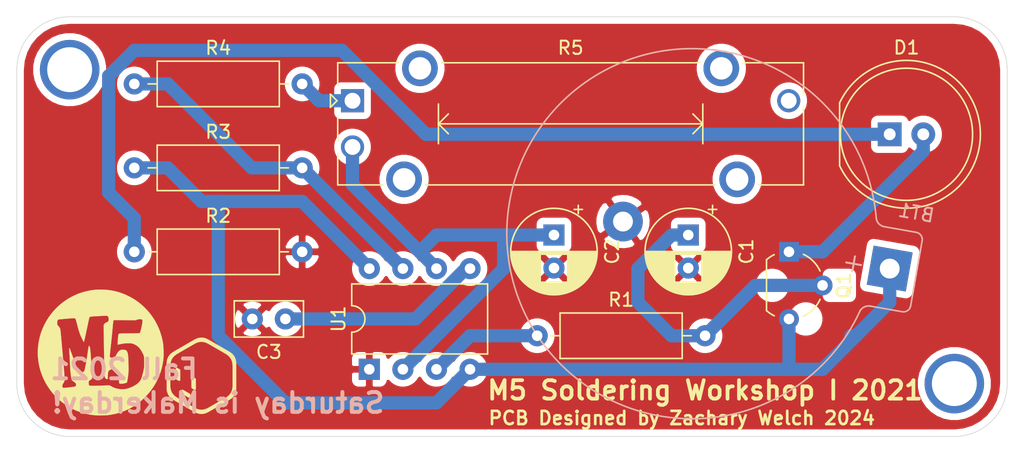
<source format=kicad_pcb>
(kicad_pcb (version 20171130) (host pcbnew "(5.1.10)-1")

  (general
    (thickness 1.6)
    (drawings 12)
    (tracks 56)
    (zones 0)
    (modules 14)
    (nets 12)
  )

  (page A4)
  (layers
    (0 F.Cu signal)
    (31 B.Cu signal)
    (32 B.Adhes user hide)
    (33 F.Adhes user hide)
    (34 B.Paste user hide)
    (35 F.Paste user hide)
    (36 B.SilkS user hide)
    (37 F.SilkS user)
    (38 B.Mask user hide)
    (39 F.Mask user)
    (40 Dwgs.User user hide)
    (41 Cmts.User user hide)
    (42 Eco1.User user hide)
    (43 Eco2.User user hide)
    (44 Edge.Cuts user)
    (45 Margin user hide)
    (46 B.CrtYd user hide)
    (47 F.CrtYd user hide)
    (48 B.Fab user hide)
    (49 F.Fab user hide)
  )

  (setup
    (last_trace_width 1)
    (user_trace_width 1)
    (trace_clearance 0.2)
    (zone_clearance 0.508)
    (zone_45_only no)
    (trace_min 0.2)
    (via_size 0.8)
    (via_drill 0.4)
    (via_min_size 0.4)
    (via_min_drill 0.3)
    (uvia_size 0.3)
    (uvia_drill 0.1)
    (uvias_allowed no)
    (uvia_min_size 0.2)
    (uvia_min_drill 0.1)
    (edge_width 0.05)
    (segment_width 0.2)
    (pcb_text_width 0.3)
    (pcb_text_size 1.5 1.5)
    (mod_edge_width 0.12)
    (mod_text_size 1 1)
    (mod_text_width 0.15)
    (pad_size 1.524 1.524)
    (pad_drill 0.762)
    (pad_to_mask_clearance 0)
    (aux_axis_origin 0 0)
    (visible_elements 7FFFFFFF)
    (pcbplotparams
      (layerselection 0x010fc_ffffffff)
      (usegerberextensions false)
      (usegerberattributes true)
      (usegerberadvancedattributes true)
      (creategerberjobfile true)
      (excludeedgelayer true)
      (linewidth 0.100000)
      (plotframeref false)
      (viasonmask false)
      (mode 1)
      (useauxorigin false)
      (hpglpennumber 1)
      (hpglpenspeed 20)
      (hpglpendiameter 15.000000)
      (psnegative false)
      (psa4output false)
      (plotreference true)
      (plotvalue true)
      (plotinvisibletext false)
      (padsonsilk false)
      (subtractmaskfromsilk false)
      (outputformat 1)
      (mirror false)
      (drillshape 1)
      (scaleselection 1)
      (outputdirectory ""))
  )

  (net 0 "")
  (net 1 VCC)
  (net 2 GND)
  (net 3 "Net-(C1-Pad1)")
  (net 4 "Net-(C2-Pad1)")
  (net 5 "Net-(C3-Pad1)")
  (net 6 "Net-(D1-Pad2)")
  (net 7 "Net-(D1-Pad1)")
  (net 8 out)
  (net 9 "Net-(R3-Pad2)")
  (net 10 "Net-(R4-Pad2)")
  (net 11 "Net-(R5-Pad3)")

  (net_class Default "This is the default net class."
    (clearance 0.2)
    (trace_width 0.25)
    (via_dia 0.8)
    (via_drill 0.4)
    (uvia_dia 0.3)
    (uvia_drill 0.1)
    (add_net GND)
    (add_net "Net-(C1-Pad1)")
    (add_net "Net-(C2-Pad1)")
    (add_net "Net-(C3-Pad1)")
    (add_net "Net-(D1-Pad1)")
    (add_net "Net-(D1-Pad2)")
    (add_net "Net-(R3-Pad2)")
    (add_net "Net-(R4-Pad2)")
    (add_net "Net-(R5-Pad3)")
    (add_net VCC)
    (add_net out)
  )

  (module "555-Breathing-LED-v2:M5 Logo" (layer F.Cu) (tedit 0) (tstamp 61460657)
    (at 66.04 91.44)
    (fp_text reference "" (at 0 0) (layer F.SilkS) hide
      (effects (font (size 1.524 1.524) (thickness 0.3)))
    )
    (fp_text value LOGO (at 0.75 0) (layer F.SilkS) hide
      (effects (font (size 1.524 1.524) (thickness 0.3)))
    )
    (fp_poly (pts (xy 0.152844 -4.760569) (xy 0.271173 -4.756801) (xy 0.376945 -4.750797) (xy 0.427169 -4.746599)
      (xy 0.729963 -4.708987) (xy 1.021285 -4.654911) (xy 1.303893 -4.583575) (xy 1.580546 -4.494186)
      (xy 1.854001 -4.385949) (xy 2.127017 -4.258069) (xy 2.132541 -4.25528) (xy 2.382659 -4.120358)
      (xy 2.617171 -3.975802) (xy 2.839874 -3.818892) (xy 3.054566 -3.646913) (xy 3.265041 -3.457146)
      (xy 3.315585 -3.408423) (xy 3.538962 -3.176001) (xy 3.744637 -2.932107) (xy 3.932394 -2.677113)
      (xy 4.102019 -2.411394) (xy 4.253296 -2.135323) (xy 4.386012 -1.849272) (xy 4.49995 -1.553615)
      (xy 4.594896 -1.248726) (xy 4.624874 -1.13483) (xy 4.660558 -0.984778) (xy 4.689706 -0.843905)
      (xy 4.712837 -0.707721) (xy 4.730469 -0.571734) (xy 4.74312 -0.431454) (xy 4.751309 -0.282389)
      (xy 4.755554 -0.120049) (xy 4.756457 0.005291) (xy 4.756091 0.131052) (xy 4.754554 0.239864)
      (xy 4.751522 0.33593) (xy 4.746672 0.42345) (xy 4.739678 0.506625) (xy 4.730218 0.589657)
      (xy 4.717967 0.676748) (xy 4.702602 0.772098) (xy 4.693052 0.827609) (xy 4.629593 1.12955)
      (xy 4.546084 1.426239) (xy 4.44321 1.71668) (xy 4.321655 1.99988) (xy 4.182102 2.274842)
      (xy 4.025236 2.540572) (xy 3.851742 2.796075) (xy 3.662303 3.040356) (xy 3.457603 3.272421)
      (xy 3.238327 3.491274) (xy 3.00516 3.695921) (xy 2.758784 3.885366) (xy 2.499885 4.058616)
      (xy 2.449918 4.089267) (xy 2.175221 4.243485) (xy 1.894195 4.377604) (xy 1.606409 4.491772)
      (xy 1.31143 4.586134) (xy 1.008826 4.660838) (xy 0.698164 4.716028) (xy 0.538165 4.736522)
      (xy 0.492885 4.740502) (xy 0.43145 4.744319) (xy 0.357296 4.747891) (xy 0.273857 4.751139)
      (xy 0.184567 4.753984) (xy 0.092861 4.756345) (xy 0.002174 4.758143) (xy -0.084061 4.759298)
      (xy -0.162408 4.75973) (xy -0.229434 4.75936) (xy -0.281703 4.758108) (xy -0.312209 4.756267)
      (xy -0.339387 4.753775) (xy -0.381778 4.75002) (xy -0.433507 4.745519) (xy -0.486834 4.740944)
      (xy -0.780563 4.70541) (xy -1.072786 4.649218) (xy -1.362321 4.572874) (xy -1.647981 4.476885)
      (xy -1.928584 4.361757) (xy -2.202943 4.227996) (xy -2.469874 4.076109) (xy -2.728194 3.906602)
      (xy -2.976717 3.719981) (xy -3.08544 3.630213) (xy -3.155076 3.56864) (xy -3.233982 3.494879)
      (xy -3.318015 3.413114) (xy -3.40303 3.327527) (xy -3.48488 3.242303) (xy -3.559422 3.161624)
      (xy -3.62251 3.089676) (xy -3.630971 3.079605) (xy -3.832844 2.821971) (xy -4.015048 2.556526)
      (xy -4.177602 2.283231) (xy -4.320525 2.002044) (xy -4.443838 1.712926) (xy -4.547559 1.415836)
      (xy -4.631709 1.110733) (xy -4.672367 0.926041) (xy -4.723481 0.616808) (xy -4.753724 0.305521)
      (xy -4.763161 -0.006778) (xy -4.751865 -0.319046) (xy -4.719898 -0.630243) (xy -4.66733 -0.939327)
      (xy -4.594228 -1.245256) (xy -4.514601 -1.506191) (xy -4.404708 -1.799638) (xy -4.275369 -2.08571)
      (xy -4.224407 -2.181256) (xy -3.291353 -2.181256) (xy -3.29101 -2.15097) (xy -3.288198 -2.126827)
      (xy -3.281188 -2.105166) (xy -3.268251 -2.082328) (xy -3.247657 -2.054654) (xy -3.217676 -2.018483)
      (xy -3.17658 -1.970158) (xy -3.166807 -1.958632) (xy -3.124654 -1.905591) (xy -3.09405 -1.857596)
      (xy -3.072368 -1.808412) (xy -3.05698 -1.751807) (xy -3.045261 -1.681544) (xy -3.043087 -1.664995)
      (xy -3.03934 -1.632087) (xy -3.033941 -1.579592) (xy -3.027022 -1.509015) (xy -3.018715 -1.421863)
      (xy -3.009152 -1.31964) (xy -2.998465 -1.20385) (xy -2.986787 -1.076) (xy -2.97425 -0.937594)
      (xy -2.960985 -0.790136) (xy -2.947126 -0.635134) (xy -2.932804 -0.47409) (xy -2.918151 -0.308511)
      (xy -2.9033 -0.139901) (xy -2.888383 0.030235) (xy -2.873531 0.200391) (xy -2.858878 0.369063)
      (xy -2.844555 0.534744) (xy -2.830694 0.695932) (xy -2.817428 0.851119) (xy -2.804888 0.998802)
      (xy -2.793208 1.137475) (xy -2.782519 1.265633) (xy -2.772952 1.381771) (xy -2.764642 1.484384)
      (xy -2.757719 1.571967) (xy -2.752315 1.643015) (xy -2.75096 1.661583) (xy -2.743027 1.776606)
      (xy -2.737309 1.87286) (xy -2.733866 1.952633) (xy -2.732758 2.018212) (xy -2.734042 2.071886)
      (xy -2.737778 2.115942) (xy -2.744026 2.152668) (xy -2.752845 2.18435) (xy -2.764293 2.213278)
      (xy -2.765292 2.215471) (xy -2.786354 2.256414) (xy -2.810478 2.296295) (xy -2.825615 2.317578)
      (xy -2.867942 2.382012) (xy -2.891881 2.447339) (xy -2.8996 2.51949) (xy -2.899601 2.519899)
      (xy -2.895888 2.585024) (xy -2.884049 2.631379) (xy -2.863781 2.659863) (xy -2.849727 2.667943)
      (xy -2.824774 2.671707) (xy -2.779379 2.671923) (xy -2.713962 2.668619) (xy -2.628943 2.661826)
      (xy -2.524742 2.651572) (xy -2.40178 2.637886) (xy -2.377727 2.635066) (xy -2.25202 2.619918)
      (xy -2.147343 2.606652) (xy -2.063643 2.595259) (xy -2.000868 2.585732) (xy -1.958964 2.578064)
      (xy -1.937881 2.572246) (xy -1.936973 2.571797) (xy -1.8986 2.539829) (xy -1.873622 2.495264)
      (xy -1.863156 2.442748) (xy -1.868319 2.386926) (xy -1.882767 2.346412) (xy -1.894955 2.325346)
      (xy -1.912146 2.304534) (xy -1.937393 2.281216) (xy -1.973748 2.252636) (xy -2.024264 2.216034)
      (xy -2.037025 2.207022) (xy -2.084291 2.172945) (xy -2.126144 2.141271) (xy -2.159086 2.114762)
      (xy -2.179618 2.096178) (xy -2.18388 2.091133) (xy -2.1957 2.063754) (xy -2.208426 2.017503)
      (xy -2.221741 1.954636) (xy -2.23533 1.877414) (xy -2.248878 1.788094) (xy -2.262069 1.688934)
      (xy -2.274587 1.582193) (xy -2.286118 1.470129) (xy -2.296345 1.355001) (xy -2.304954 1.239067)
      (xy -2.306718 1.211791) (xy -2.310217 1.151943) (xy -2.314239 1.076416) (xy -2.318515 0.990685)
      (xy -2.322775 0.900221) (xy -2.326752 0.8105) (xy -2.32878 0.762) (xy -2.3331 0.66595)
      (xy -2.338685 0.556632) (xy -2.345091 0.441875) (xy -2.351877 0.32951) (xy -2.358599 0.227366)
      (xy -2.360733 0.197155) (xy -2.368169 0.086486) (xy -2.373939 -0.015438) (xy -2.378006 -0.106833)
      (xy -2.380331 -0.185912) (xy -2.380878 -0.25089) (xy -2.37961 -0.299981) (xy -2.37649 -0.331401)
      (xy -2.372018 -0.343124) (xy -2.364957 -0.340505) (xy -2.354447 -0.32504) (xy -2.339984 -0.29553)
      (xy -2.32106 -0.250772) (xy -2.297171 -0.189566) (xy -2.267809 -0.110711) (xy -2.23247 -0.013004)
      (xy -2.229711 -0.005292) (xy -2.173574 0.151151) (xy -2.117996 0.30496) (xy -2.063527 0.454669)
      (xy -2.010715 0.598815) (xy -1.96011 0.735934) (xy -1.91226 0.864561) (xy -1.867715 0.983233)
      (xy -1.827024 1.090485) (xy -1.790736 1.184853) (xy -1.759401 1.264873) (xy -1.733566 1.329082)
      (xy -1.713782 1.376015) (xy -1.702343 1.400812) (xy -1.683531 1.436929) (xy -1.666688 1.461972)
      (xy -1.647598 1.477753) (xy -1.622045 1.486085) (xy -1.585814 1.488782) (xy -1.534689 1.487656)
      (xy -1.503573 1.486287) (xy -1.443546 1.482344) (xy -1.389401 1.476572) (xy -1.346686 1.469662)
      (xy -1.325381 1.46411) (xy -1.300456 1.454129) (xy -1.27979 1.442139) (xy -1.262393 1.425813)
      (xy -1.247272 1.40282) (xy -1.233436 1.370834) (xy -1.219892 1.327524) (xy -1.205649 1.270563)
      (xy -1.189714 1.197622) (xy -1.171097 1.106372) (xy -1.169402 1.097913) (xy -1.140814 0.953928)
      (xy -1.116227 0.827296) (xy -1.095066 0.714702) (xy -1.076759 0.612833) (xy -1.060732 0.518375)
      (xy -1.046411 0.428013) (xy -1.033224 0.338433) (xy -1.020596 0.246322) (xy -1.016045 0.211666)
      (xy -1.00402 0.121738) (xy -0.990913 0.028268) (xy -0.977206 -0.065683) (xy -0.963379 -0.157053)
      (xy -0.949913 -0.24278) (xy -0.937289 -0.319804) (xy -0.925988 -0.385064) (xy -0.916491 -0.435499)
      (xy -0.909279 -0.468046) (xy -0.909209 -0.468313) (xy -0.899122 -0.493679) (xy -0.887066 -0.507274)
      (xy -0.884079 -0.508) (xy -0.871891 -0.499184) (xy -0.855384 -0.476341) (xy -0.841899 -0.45181)
      (xy -0.830659 -0.423834) (xy -0.81995 -0.386396) (xy -0.809669 -0.338476) (xy -0.799715 -0.279058)
      (xy -0.789987 -0.207121) (xy -0.780384 -0.121648) (xy -0.770803 -0.021621) (xy -0.761144 0.093979)
      (xy -0.751305 0.22617) (xy -0.741185 0.375971) (xy -0.730682 0.5444) (xy -0.719695 0.732475)
      (xy -0.714178 0.830791) (xy -0.709189 0.917433) (xy -0.703004 1.019627) (xy -0.695977 1.131814)
      (xy -0.688464 1.248436) (xy -0.68082 1.363936) (xy -0.673398 1.472755) (xy -0.670926 1.508125)
      (xy -0.664885 1.59778) (xy -0.65969 1.682432) (xy -0.655471 1.759348) (xy -0.652358 1.825793)
      (xy -0.650479 1.879033) (xy -0.649965 1.916334) (xy -0.65076 1.933909) (xy -0.668213 1.981867)
      (xy -0.704149 2.024656) (xy -0.756014 2.059437) (xy -0.769348 2.065749) (xy -0.82755 2.098893)
      (xy -0.873225 2.139958) (xy -0.896136 2.173149) (xy -0.903912 2.192749) (xy -0.908237 2.217554)
      (xy -0.909471 2.252383) (xy -0.907975 2.302057) (xy -0.907095 2.319684) (xy -0.903299 2.369838)
      (xy -0.897821 2.414863) (xy -0.891494 2.448818) (xy -0.887013 2.462803) (xy -0.881004 2.475098)
      (xy -0.874589 2.485545) (xy -0.86613 2.494258) (xy -0.853989 2.501351) (xy -0.836526 2.506936)
      (xy -0.812104 2.511126) (xy -0.779084 2.514036) (xy -0.735826 2.515779) (xy -0.680693 2.516467)
      (xy -0.612045 2.516215) (xy -0.528244 2.515135) (xy -0.427651 2.513341) (xy -0.308627 2.510947)
      (xy -0.218142 2.509071) (xy -0.103735 2.506566) (xy 0.007667 2.503876) (xy 0.113648 2.501076)
      (xy 0.211792 2.498241) (xy 0.299679 2.495446) (xy 0.374895 2.492766) (xy 0.43502 2.490276)
      (xy 0.477639 2.488051) (xy 0.491919 2.487037) (xy 0.547263 2.482835) (xy 0.591767 2.481408)
      (xy 0.62978 2.483926) (xy 0.665651 2.491555) (xy 0.703727 2.505465) (xy 0.748358 2.526822)
      (xy 0.803891 2.556795) (xy 0.851958 2.583742) (xy 0.907072 2.613376) (xy 0.964101 2.641623)
      (xy 1.016433 2.665346) (xy 1.057455 2.681407) (xy 1.058554 2.681775) (xy 1.109886 2.696914)
      (xy 1.176344 2.713692) (xy 1.252087 2.730848) (xy 1.331275 2.747123) (xy 1.408066 2.761256)
      (xy 1.476619 2.771986) (xy 1.476662 2.771992) (xy 1.545956 2.777844) (xy 1.628759 2.779034)
      (xy 1.718012 2.775886) (xy 1.806651 2.768724) (xy 1.887617 2.757873) (xy 1.920875 2.751619)
      (xy 2.091485 2.707128) (xy 2.26282 2.646152) (xy 2.430272 2.570878) (xy 2.589231 2.483495)
      (xy 2.735092 2.386188) (xy 2.804539 2.332142) (xy 2.893695 2.248574) (xy 2.971195 2.155389)
      (xy 3.033371 2.05732) (xy 3.059862 2.002654) (xy 3.072242 1.969705) (xy 3.088662 1.919947)
      (xy 3.108055 1.857114) (xy 3.129358 1.784939) (xy 3.151507 1.707156) (xy 3.173437 1.627499)
      (xy 3.194084 1.5497) (xy 3.212384 1.477495) (xy 3.22647 1.418166) (xy 3.244722 1.334654)
      (xy 3.259385 1.259299) (xy 3.270768 1.18834) (xy 3.279184 1.118018) (xy 3.284942 1.044571)
      (xy 3.288352 0.96424) (xy 3.289725 0.873265) (xy 3.289372 0.767884) (xy 3.288078 0.672041)
      (xy 3.286192 0.56742) (xy 3.283999 0.481058) (xy 3.28102 0.410049) (xy 3.276776 0.351488)
      (xy 3.270788 0.302467) (xy 3.262578 0.260081) (xy 3.251665 0.221424) (xy 3.237572 0.183588)
      (xy 3.219818 0.143668) (xy 3.197925 0.098758) (xy 3.191452 0.085818) (xy 3.117254 -0.054642)
      (xy 3.044437 -0.176267) (xy 2.971122 -0.281134) (xy 2.89543 -0.371323) (xy 2.815484 -0.448913)
      (xy 2.729406 -0.515982) (xy 2.635316 -0.574608) (xy 2.559209 -0.613883) (xy 2.494247 -0.643353)
      (xy 2.435832 -0.665595) (xy 2.379148 -0.681521) (xy 2.319379 -0.692043) (xy 2.251707 -0.698074)
      (xy 2.171317 -0.700525) (xy 2.101386 -0.700574) (xy 2.029035 -0.699448) (xy 1.955293 -0.697252)
      (xy 1.886178 -0.694239) (xy 1.827704 -0.690659) (xy 1.794469 -0.687755) (xy 1.756075 -0.682739)
      (xy 1.703307 -0.674577) (xy 1.640554 -0.664073) (xy 1.5722 -0.652034) (xy 1.502634 -0.639265)
      (xy 1.43624 -0.626573) (xy 1.377406 -0.614763) (xy 1.330518 -0.60464) (xy 1.299962 -0.597011)
      (xy 1.299104 -0.596758) (xy 1.290019 -0.596105) (xy 1.284497 -0.60334) (xy 1.28168 -0.622293)
      (xy 1.280714 -0.656791) (xy 1.280655 -0.679266) (xy 1.281611 -0.71318) (xy 1.284232 -0.76382)
      (xy 1.288204 -0.827175) (xy 1.293214 -0.899237) (xy 1.29895 -0.975997) (xy 1.305098 -1.053447)
      (xy 1.311345 -1.127576) (xy 1.317378 -1.194377) (xy 1.322884 -1.249839) (xy 1.32755 -1.289955)
      (xy 1.329262 -1.30175) (xy 1.339586 -1.35319) (xy 1.352267 -1.388049) (xy 1.369733 -1.410913)
      (xy 1.394412 -1.426369) (xy 1.395512 -1.426866) (xy 1.404957 -1.430262) (xy 1.418083 -1.433228)
      (xy 1.4364 -1.435808) (xy 1.461419 -1.438047) (xy 1.49465 -1.439988) (xy 1.537603 -1.441677)
      (xy 1.591789 -1.443157) (xy 1.658717 -1.444474) (xy 1.739899 -1.445671) (xy 1.836843 -1.446794)
      (xy 1.951061 -1.447886) (xy 2.084063 -1.448992) (xy 2.170062 -1.449654) (xy 2.313391 -1.450766)
      (xy 2.437067 -1.451814) (xy 2.542601 -1.452846) (xy 2.631507 -1.45391) (xy 2.705295 -1.455054)
      (xy 2.76548 -1.456326) (xy 2.813572 -1.457774) (xy 2.851086 -1.459446) (xy 2.879532 -1.461389)
      (xy 2.900424 -1.463651) (xy 2.915274 -1.466282) (xy 2.925594 -1.469327) (xy 2.932897 -1.472836)
      (xy 2.93456 -1.473877) (xy 2.951889 -1.48669) (xy 2.966321 -1.501946) (xy 2.979084 -1.522611)
      (xy 2.991408 -1.551649) (xy 3.004524 -1.592023) (xy 3.019662 -1.646698) (xy 3.038051 -1.718638)
      (xy 3.040984 -1.730375) (xy 3.071682 -1.855859) (xy 3.096747 -1.96408) (xy 3.116767 -2.058009)
      (xy 3.132328 -2.140618) (xy 3.144015 -2.214878) (xy 3.152414 -2.283758) (xy 3.154614 -2.306349)
      (xy 3.159298 -2.361093) (xy 3.161441 -2.399285) (xy 3.160839 -2.42541) (xy 3.157288 -2.443954)
      (xy 3.150584 -2.459401) (xy 3.147411 -2.464981) (xy 3.129248 -2.488374) (xy 3.10445 -2.504396)
      (xy 3.06848 -2.514883) (xy 3.016804 -2.521669) (xy 3.004722 -2.5227) (xy 2.910955 -2.52303)
      (xy 2.820904 -2.509702) (xy 2.740948 -2.48377) (xy 2.725208 -2.47641) (xy 2.710983 -2.469426)
      (xy 2.697166 -2.463324) (xy 2.682334 -2.458065) (xy 2.665063 -2.453609) (xy 2.643928 -2.449918)
      (xy 2.617504 -2.446953) (xy 2.584368 -2.444675) (xy 2.543096 -2.443044) (xy 2.492262 -2.442022)
      (xy 2.430443 -2.441569) (xy 2.356215 -2.441647) (xy 2.268154 -2.442217) (xy 2.164834 -2.443239)
      (xy 2.044832 -2.444674) (xy 1.906724 -2.446484) (xy 1.749084 -2.448629) (xy 1.724137 -2.44897)
      (xy 1.604183 -2.45051) (xy 1.490001 -2.451774) (xy 1.383429 -2.452754) (xy 1.286307 -2.453444)
      (xy 1.200474 -2.453837) (xy 1.127767 -2.453924) (xy 1.070026 -2.453698) (xy 1.02909 -2.453152)
      (xy 1.006797 -2.452278) (xy 1.003639 -2.45187) (xy 0.993788 -2.449264) (xy 0.98516 -2.445767)
      (xy 0.977531 -2.439921) (xy 0.970675 -2.430272) (xy 0.964365 -2.415364) (xy 0.958376 -2.39374)
      (xy 0.952482 -2.363946) (xy 0.946458 -2.324525) (xy 0.940077 -2.274021) (xy 0.933114 -2.210979)
      (xy 0.925342 -2.133942) (xy 0.916537 -2.041456) (xy 0.906472 -1.932064) (xy 0.894922 -1.80431)
      (xy 0.883521 -1.677459) (xy 0.873089 -1.564389) (xy 0.860616 -1.434349) (xy 0.846519 -1.291391)
      (xy 0.831211 -1.139569) (xy 0.815109 -0.982936) (xy 0.798628 -0.825545) (xy 0.782182 -0.671448)
      (xy 0.766187 -0.5247) (xy 0.756575 -0.438255) (xy 0.742502 -0.311378) (xy 0.729559 -0.191864)
      (xy 0.717908 -0.081381) (xy 0.707712 0.018402) (xy 0.699135 0.105818) (xy 0.692338 0.179199)
      (xy 0.687485 0.236877) (xy 0.68474 0.277183) (xy 0.684264 0.298449) (xy 0.684442 0.300193)
      (xy 0.701664 0.342994) (xy 0.721905 0.365384) (xy 0.737832 0.377371) (xy 0.754601 0.385026)
      (xy 0.777293 0.389307) (xy 0.810985 0.391174) (xy 0.860757 0.391583) (xy 0.860777 0.391583)
      (xy 0.910824 0.390558) (xy 0.956822 0.387807) (xy 0.992104 0.383809) (xy 1.0048 0.381176)
      (xy 1.03479 0.368491) (xy 1.063776 0.346762) (xy 1.093611 0.313716) (xy 1.126151 0.267075)
      (xy 1.163251 0.204566) (xy 1.19254 0.150876) (xy 1.24735 0.054314) (xy 1.29988 -0.023833)
      (xy 1.352408 -0.08582) (xy 1.407215 -0.133903) (xy 1.466581 -0.170335) (xy 1.532785 -0.197371)
      (xy 1.550114 -0.202762) (xy 1.586958 -0.209125) (xy 1.637851 -0.212089) (xy 1.695978 -0.211837)
      (xy 1.754526 -0.208552) (xy 1.806682 -0.202417) (xy 1.8415 -0.194922) (xy 1.901717 -0.171354)
      (xy 1.948504 -0.138998) (xy 1.984667 -0.094624) (xy 2.013015 -0.035001) (xy 2.031337 0.023531)
      (xy 2.0451 0.080053) (xy 2.057019 0.14071) (xy 2.067236 0.207418) (xy 2.075894 0.282094)
      (xy 2.083135 0.366656) (xy 2.089102 0.463021) (xy 2.093938 0.573105) (xy 2.097786 0.698827)
      (xy 2.100788 0.842103) (xy 2.102844 0.98425) (xy 2.104164 1.103565) (xy 2.104963 1.204258)
      (xy 2.105191 1.288867) (xy 2.1048 1.35993) (xy 2.103743 1.419986) (xy 2.101971 1.471573)
      (xy 2.099435 1.517231) (xy 2.096089 1.559497) (xy 2.091884 1.600911) (xy 2.09101 1.608666)
      (xy 2.082895 1.675298) (xy 2.072818 1.751186) (xy 2.061368 1.832499) (xy 2.049134 1.915405)
      (xy 2.036705 1.996073) (xy 2.02467 2.07067) (xy 2.013618 2.135366) (xy 2.004137 2.186329)
      (xy 1.997465 2.217169) (xy 1.988879 2.247323) (xy 1.978034 2.26587) (xy 1.959047 2.279069)
      (xy 1.926036 2.293175) (xy 1.925986 2.293195) (xy 1.840749 2.320706) (xy 1.743527 2.341717)
      (xy 1.642883 2.354796) (xy 1.547382 2.358515) (xy 1.536275 2.358252) (xy 1.485126 2.356285)
      (xy 1.447182 2.352202) (xy 1.42047 2.343194) (xy 1.403016 2.326448) (xy 1.392848 2.299154)
      (xy 1.387994 2.258499) (xy 1.38648 2.201672) (xy 1.386349 2.144598) (xy 1.386995 2.079534)
      (xy 1.388826 2.000664) (xy 1.391612 1.915301) (xy 1.395122 1.830759) (xy 1.398068 1.772708)
      (xy 1.40232 1.687748) (xy 1.404215 1.620754) (xy 1.403328 1.568611) (xy 1.399234 1.528208)
      (xy 1.391508 1.49643) (xy 1.379724 1.470165) (xy 1.36346 1.4463) (xy 1.351575 1.432068)
      (xy 1.31865 1.399696) (xy 1.272727 1.361398) (xy 1.219413 1.321341) (xy 1.164315 1.283695)
      (xy 1.113039 1.252628) (xy 1.102615 1.246977) (xy 1.068411 1.230233) (xy 1.040103 1.221122)
      (xy 1.008868 1.217864) (xy 0.965883 1.218679) (xy 0.963035 1.218805) (xy 0.924519 1.221512)
      (xy 0.892353 1.227012) (xy 0.860039 1.237282) (xy 0.82108 1.254303) (xy 0.779683 1.274651)
      (xy 0.731046 1.3008) (xy 0.684185 1.328905) (xy 0.645748 1.354842) (xy 0.628965 1.368114)
      (xy 0.606464 1.389952) (xy 0.588519 1.413307) (xy 0.574506 1.440925) (xy 0.5638 1.475554)
      (xy 0.555774 1.519942) (xy 0.549804 1.576836) (xy 0.545263 1.648983) (xy 0.541527 1.739132)
      (xy 0.54099 1.754595) (xy 0.538332 1.822856) (xy 0.535314 1.884282) (xy 0.532148 1.935611)
      (xy 0.529045 1.973582) (xy 0.526216 1.994934) (xy 0.525227 1.998061) (xy 0.50799 2.008144)
      (xy 0.478953 2.01009) (xy 0.445786 2.004068) (xy 0.425453 1.995861) (xy 0.389009 1.969681)
      (xy 0.351599 1.931393) (xy 0.320196 1.888511) (xy 0.311631 1.87325) (xy 0.30715 1.862735)
      (xy 0.303051 1.848903) (xy 0.299294 1.830658) (xy 0.295839 1.806904) (xy 0.292645 1.776545)
      (xy 0.289674 1.738484) (xy 0.286885 1.691625) (xy 0.284238 1.634872) (xy 0.281692 1.56713)
      (xy 0.279208 1.487301) (xy 0.276747 1.39429) (xy 0.274266 1.287) (xy 0.271728 1.164336)
      (xy 0.269091 1.025201) (xy 0.266315 0.868498) (xy 0.263362 0.693133) (xy 0.260189 0.498008)
      (xy 0.259249 0.439208) (xy 0.256643 0.276416) (xy 0.253938 0.108628) (xy 0.251179 -0.061499)
      (xy 0.248408 -0.231307) (xy 0.245671 -0.39814) (xy 0.24301 -0.559339) (xy 0.240469 -0.712249)
      (xy 0.238093 -0.854212) (xy 0.235926 -0.98257) (xy 0.23401 -1.094667) (xy 0.23262 -1.17475)
      (xy 0.230671 -1.289008) (xy 0.228841 -1.402287) (xy 0.227167 -1.511789) (xy 0.225688 -1.614712)
      (xy 0.224443 -1.708257) (xy 0.223469 -1.789624) (xy 0.222806 -1.856012) (xy 0.222492 -1.904621)
      (xy 0.222474 -1.912259) (xy 0.22225 -2.08356) (xy 0.267491 -2.14967) (xy 0.288016 -2.178046)
      (xy 0.308329 -2.200996) (xy 0.33209 -2.221041) (xy 0.362961 -2.240703) (xy 0.404602 -2.262504)
      (xy 0.460672 -2.288966) (xy 0.487394 -2.301163) (xy 0.52804 -2.323209) (xy 0.555624 -2.348566)
      (xy 0.572061 -2.373072) (xy 0.584228 -2.396722) (xy 0.591828 -2.419991) (xy 0.595843 -2.448774)
      (xy 0.597257 -2.488963) (xy 0.597246 -2.524125) (xy 0.592221 -2.609052) (xy 0.578202 -2.675729)
      (xy 0.554862 -2.725222) (xy 0.526182 -2.755529) (xy 0.509859 -2.765113) (xy 0.488277 -2.772474)
      (xy 0.459392 -2.777668) (xy 0.42116 -2.780748) (xy 0.371534 -2.781769) (xy 0.308472 -2.780787)
      (xy 0.229927 -2.777855) (xy 0.133857 -2.773027) (xy 0.049918 -2.768246) (xy -0.045482 -2.762622)
      (xy -0.150296 -2.75644) (xy -0.25784 -2.750095) (xy -0.361429 -2.743981) (xy -0.45438 -2.738491)
      (xy -0.500024 -2.735795) (xy -0.595309 -2.729578) (xy -0.671696 -2.723069) (xy -0.731452 -2.715773)
      (xy -0.776842 -2.707197) (xy -0.810136 -2.696847) (xy -0.833599 -2.68423) (xy -0.8495 -2.668852)
      (xy -0.856276 -2.658239) (xy -0.860536 -2.644137) (xy -0.868679 -2.611258) (xy -0.880271 -2.561548)
      (xy -0.89488 -2.496952) (xy -0.912073 -2.419416) (xy -0.931416 -2.330886) (xy -0.952479 -2.233307)
      (xy -0.974828 -2.128624) (xy -0.990061 -2.056639) (xy -1.028428 -1.875197) (xy -1.064645 -1.704916)
      (xy -1.098491 -1.546799) (xy -1.129748 -1.401847) (xy -1.158194 -1.271062) (xy -1.183612 -1.155448)
      (xy -1.20578 -1.056005) (xy -1.224479 -0.973736) (xy -1.239489 -0.909643) (xy -1.250591 -0.864729)
      (xy -1.25498 -0.848467) (xy -1.265657 -0.816049) (xy -1.274688 -0.801721) (xy -1.28388 -0.80269)
      (xy -1.28435 -0.803068) (xy -1.295717 -0.818215) (xy -1.314274 -0.849562) (xy -1.338475 -0.894027)
      (xy -1.36677 -0.94853) (xy -1.397611 -1.009991) (xy -1.429452 -1.075329) (xy -1.460745 -1.141466)
      (xy -1.48994 -1.20532) (xy -1.513334 -1.258736) (xy -1.56944 -1.397652) (xy -1.620807 -1.540856)
      (xy -1.668981 -1.693099) (xy -1.715509 -1.859133) (xy -1.740924 -1.957917) (xy -1.76115 -2.037895)
      (xy -1.782808 -2.122074) (xy -1.804346 -2.204528) (xy -1.824214 -2.279328) (xy -1.840862 -2.340547)
      (xy -1.843351 -2.3495) (xy -1.865072 -2.426774) (xy -1.883433 -2.48605) (xy -1.901114 -2.529617)
      (xy -1.920796 -2.559763) (xy -1.945161 -2.578777) (xy -1.97689 -2.588947) (xy -2.018664 -2.592561)
      (xy -2.073164 -2.591909) (xy -2.125068 -2.589955) (xy -2.178177 -2.587361) (xy -2.244922 -2.583235)
      (xy -2.322755 -2.577804) (xy -2.409131 -2.571297) (xy -2.501503 -2.563939) (xy -2.597325 -2.555959)
      (xy -2.69405 -2.547584) (xy -2.789132 -2.539041) (xy -2.880024 -2.530558) (xy -2.96418 -2.522361)
      (xy -3.039053 -2.514678) (xy -3.102097 -2.507737) (xy -3.150766 -2.501764) (xy -3.182512 -2.496987)
      (xy -3.192811 -2.49465) (xy -3.226107 -2.478744) (xy -3.25143 -2.454544) (xy -3.269677 -2.419551)
      (xy -3.281746 -2.371265) (xy -3.288535 -2.307187) (xy -3.290939 -2.224819) (xy -3.290956 -2.221344)
      (xy -3.291353 -2.181256) (xy -4.224407 -2.181256) (xy -4.12742 -2.363087) (xy -3.961697 -2.630448)
      (xy -3.779036 -2.886473) (xy -3.580272 -3.129844) (xy -3.366243 -3.359238) (xy -3.299531 -3.424799)
      (xy -3.061604 -3.639597) (xy -2.812429 -3.836733) (xy -2.552694 -4.015885) (xy -2.28309 -4.176738)
      (xy -2.004307 -4.318971) (xy -1.717035 -4.442268) (xy -1.421966 -4.546308) (xy -1.119788 -4.630775)
      (xy -0.811193 -4.69535) (xy -0.49687 -4.739715) (xy -0.43458 -4.746021) (xy -0.335999 -4.75337)
      (xy -0.222464 -4.758504) (xy -0.099477 -4.761417) (xy 0.02746 -4.762107) (xy 0.152844 -4.760569)) (layer F.SilkS) (width 0.01))
  )

  (module "555-Breathing-LED-v2:Smule Logo" (layer F.Cu) (tedit 0) (tstamp 6146067D)
    (at 73.66 93.2)
    (fp_text reference "" (at 0 0) (layer F.SilkS) hide
      (effects (font (size 1.524 1.524) (thickness 0.3)))
    )
    (fp_text value LOGO (at 0.75 0) (layer F.SilkS) hide
      (effects (font (size 1.524 1.524) (thickness 0.3)))
    )
    (fp_poly (pts (xy 0.016171 -2.89035) (xy 0.037503 -2.888843) (xy 0.062819 -2.886172) (xy 0.093987 -2.882297)
      (xy 0.132877 -2.877178) (xy 0.135074 -2.876886) (xy 0.246673 -2.86208) (xy 0.327269 -2.829758)
      (xy 0.35804 -2.817215) (xy 0.389959 -2.803857) (xy 0.42014 -2.790913) (xy 0.445693 -2.779617)
      (xy 0.456711 -2.77456) (xy 0.464682 -2.770372) (xy 0.480601 -2.761587) (xy 0.503964 -2.748495)
      (xy 0.534265 -2.731387) (xy 0.571001 -2.710552) (xy 0.613666 -2.686282) (xy 0.661756 -2.658867)
      (xy 0.714767 -2.628596) (xy 0.772193 -2.595761) (xy 0.833531 -2.560651) (xy 0.898275 -2.523557)
      (xy 0.965921 -2.484769) (xy 1.035965 -2.444577) (xy 1.107901 -2.403272) (xy 1.181225 -2.361144)
      (xy 1.255433 -2.318484) (xy 1.33002 -2.275581) (xy 1.404481 -2.232726) (xy 1.478311 -2.190209)
      (xy 1.551007 -2.148321) (xy 1.622063 -2.107351) (xy 1.690975 -2.067591) (xy 1.757238 -2.02933)
      (xy 1.820347 -1.992859) (xy 1.879799 -1.958468) (xy 1.935088 -1.926447) (xy 1.985709 -1.897087)
      (xy 2.031159 -1.870678) (xy 2.070932 -1.84751) (xy 2.104525 -1.827873) (xy 2.131431 -1.812059)
      (xy 2.151147 -1.800357) (xy 2.163168 -1.793057) (xy 2.166326 -1.791018) (xy 2.182417 -1.779429)
      (xy 2.20309 -1.763957) (xy 2.226911 -1.745737) (xy 2.252445 -1.725903) (xy 2.278256 -1.705589)
      (xy 2.302909 -1.685929) (xy 2.324968 -1.668057) (xy 2.342999 -1.653107) (xy 2.355565 -1.642214)
      (xy 2.359987 -1.637991) (xy 2.372302 -1.624073) (xy 2.388396 -1.604482) (xy 2.407092 -1.580791)
      (xy 2.427216 -1.554578) (xy 2.44759 -1.527415) (xy 2.467041 -1.500878) (xy 2.484391 -1.476542)
      (xy 2.498466 -1.455982) (xy 2.508091 -1.440773) (xy 2.510572 -1.436262) (xy 2.517074 -1.422454)
      (xy 2.526217 -1.401827) (xy 2.537203 -1.376304) (xy 2.549235 -1.347806) (xy 2.561514 -1.318258)
      (xy 2.573243 -1.289582) (xy 2.583624 -1.2637) (xy 2.591859 -1.242536) (xy 2.59715 -1.228012)
      (xy 2.597796 -1.226039) (xy 2.6002 -1.21585) (xy 2.603618 -1.197849) (xy 2.607731 -1.173901)
      (xy 2.612218 -1.14587) (xy 2.616683 -1.116135) (xy 2.630167 -1.023327) (xy 2.633185 0.979365)
      (xy 2.620547 1.0795) (xy 2.615334 1.120445) (xy 2.610843 1.15361) (xy 2.606581 1.180909)
      (xy 2.602055 1.204254) (xy 2.596771 1.225559) (xy 2.590235 1.246737) (xy 2.581954 1.269701)
      (xy 2.571435 1.296364) (xy 2.558183 1.32864) (xy 2.553136 1.340826) (xy 2.508607 1.448288)
      (xy 2.442494 1.536211) (xy 2.422101 1.563037) (xy 2.402412 1.588397) (xy 2.384598 1.610824)
      (xy 2.369828 1.628853) (xy 2.359273 1.641017) (xy 2.356735 1.643673) (xy 2.345682 1.653674)
      (xy 2.328312 1.668204) (xy 2.306204 1.68604) (xy 2.280938 1.705956) (xy 2.254092 1.726728)
      (xy 2.227244 1.747132) (xy 2.201974 1.765944) (xy 2.17986 1.781939) (xy 2.166326 1.79133)
      (xy 2.160137 1.795101) (xy 2.145988 1.803466) (xy 2.12438 1.816134) (xy 2.095814 1.832815)
      (xy 2.06079 1.85322) (xy 2.019811 1.877059) (xy 1.973378 1.904042) (xy 1.92199 1.933879)
      (xy 1.86615 1.96628) (xy 1.806358 2.000954) (xy 1.743116 2.037614) (xy 1.676924 2.075967)
      (xy 1.608284 2.115725) (xy 1.537696 2.156597) (xy 1.465662 2.198294) (xy 1.392683 2.240525)
      (xy 1.31926 2.283002) (xy 1.245893 2.325433) (xy 1.173085 2.367529) (xy 1.101336 2.409)
      (xy 1.031146 2.449556) (xy 0.963018 2.488908) (xy 0.897452 2.526764) (xy 0.83495 2.562837)
      (xy 0.776012 2.596834) (xy 0.721139 2.628468) (xy 0.670833 2.657447) (xy 0.625594 2.683481)
      (xy 0.585924 2.706282) (xy 0.552323 2.725559) (xy 0.525293 2.741021) (xy 0.505335 2.75238)
      (xy 0.503115 2.753637) (xy 0.49079 2.759927) (xy 0.471119 2.769143) (xy 0.445805 2.780526)
      (xy 0.41655 2.793316) (xy 0.385054 2.806753) (xy 0.369558 2.813245) (xy 0.335524 2.827314)
      (xy 0.307173 2.83862) (xy 0.28263 2.847641) (xy 0.260019 2.854858) (xy 0.237464 2.860748)
      (xy 0.213089 2.865791) (xy 0.185016 2.870465) (xy 0.151371 2.875251) (xy 0.110277 2.880626)
      (xy 0.101017 2.881812) (xy 0.059025 2.886734) (xy 0.024291 2.88968) (xy -0.005479 2.890713)
      (xy -0.03258 2.889896) (xy -0.059308 2.887293) (xy -0.065943 2.886406) (xy -0.081357 2.884271)
      (xy -0.10385 2.881178) (xy -0.130822 2.877484) (xy -0.159672 2.873546) (xy -0.170962 2.872009)
      (xy -0.19958 2.867949) (xy -0.222496 2.864094) (xy -0.242371 2.859722) (xy -0.261868 2.854109)
      (xy -0.283648 2.846533) (xy -0.310375 2.836271) (xy -0.32727 2.82957) (xy -0.358055 2.817085)
      (xy -0.389989 2.803773) (xy -0.42018 2.790864) (xy -0.445735 2.779585) (xy -0.456712 2.774549)
      (xy -0.464676 2.770363) (xy -0.48059 2.761579) (xy -0.503949 2.748488) (xy -0.534248 2.731379)
      (xy -0.570982 2.710544) (xy -0.613648 2.686273) (xy -0.66174 2.658855) (xy -0.714753 2.628582)
      (xy -0.772182 2.595744) (xy -0.833524 2.560631) (xy -0.898272 2.523533) (xy -0.965924 2.484741)
      (xy -1.035972 2.444546) (xy -1.107914 2.403237) (xy -1.181244 2.361105) (xy -1.255458 2.31844)
      (xy -1.330051 2.275533) (xy -1.404517 2.232675) (xy -1.478353 2.190154) (xy -1.551054 2.148263)
      (xy -1.622114 2.107291) (xy -1.69103 2.067529) (xy -1.757296 2.029266) (xy -1.820408 1.992794)
      (xy -1.879861 1.958402) (xy -1.93515 1.926382) (xy -1.98577 1.897023) (xy -2.031217 1.870616)
      (xy -2.070987 1.847452) (xy -2.104574 1.827819) (xy -2.131473 1.81201) (xy -2.15118 1.800314)
      (xy -2.163191 1.793022) (xy -2.166327 1.790998) (xy -2.182283 1.779518) (xy -2.202856 1.76413)
      (xy -2.226608 1.745968) (xy -2.252104 1.726169) (xy -2.277905 1.705867) (xy -2.302575 1.686197)
      (xy -2.324678 1.668295) (xy -2.342776 1.653296) (xy -2.355432 1.642335) (xy -2.359988 1.63799)
      (xy -2.372303 1.624072) (xy -2.388397 1.604481) (xy -2.407093 1.58079) (xy -2.427217 1.554577)
      (xy -2.447591 1.527414) (xy -2.467042 1.500877) (xy -2.484392 1.476541) (xy -2.498467 1.455981)
      (xy -2.508092 1.440772) (xy -2.510573 1.436261) (xy -2.517075 1.422453) (xy -2.526218 1.401826)
      (xy -2.537204 1.376303) (xy -2.549236 1.347805) (xy -2.561515 1.318257) (xy -2.573244 1.289581)
      (xy -2.583625 1.263699) (xy -2.59186 1.242535) (xy -2.597151 1.228011) (xy -2.597797 1.226038)
      (xy -2.600201 1.215849) (xy -2.603619 1.197848) (xy -2.607732 1.1739) (xy -2.612219 1.145869)
      (xy -2.616684 1.116134) (xy -2.630168 1.023326) (xy -2.631568 0.022384) (xy -2.632742 -0.816682)
      (xy -2.354385 -0.816682) (xy -2.354385 0.818454) (xy -2.339599 0.93066) (xy -2.335103 0.963729)
      (xy -2.330665 0.994461) (xy -2.326544 1.021218) (xy -2.322994 1.042366) (xy -2.320273 1.056266)
      (xy -2.319313 1.059961) (xy -2.314235 1.074254) (xy -2.306316 1.094746) (xy -2.296238 1.119829)
      (xy -2.284683 1.147895) (xy -2.272336 1.177336) (xy -2.259879 1.206544) (xy -2.247994 1.233911)
      (xy -2.237365 1.257828) (xy -2.228674 1.276688) (xy -2.222605 1.288883) (xy -2.220788 1.291949)
      (xy -2.208781 1.308647) (xy -2.192995 1.329772) (xy -2.174558 1.353895) (xy -2.1546 1.379586)
      (xy -2.134253 1.405417) (xy -2.114646 1.429958) (xy -2.096908 1.451781) (xy -2.08217 1.469456)
      (xy -2.071563 1.481554) (xy -2.067879 1.485331) (xy -2.058355 1.493554) (xy -2.042513 1.506493)
      (xy -2.021831 1.522973) (xy -1.997786 1.54182) (xy -1.971856 1.561861) (xy -1.964553 1.567454)
      (xy -1.953453 1.575896) (xy -1.942623 1.584) (xy -1.931637 1.592021) (xy -1.920069 1.600213)
      (xy -1.907492 1.608831) (xy -1.893482 1.618128) (xy -1.877613 1.628361) (xy -1.859457 1.639782)
      (xy -1.83859 1.652646) (xy -1.814586 1.667209) (xy -1.787018 1.683723) (xy -1.755462 1.702445)
      (xy -1.71949 1.723627) (xy -1.678678 1.747526) (xy -1.632599 1.774394) (xy -1.580827 1.804486)
      (xy -1.522937 1.838058) (xy -1.458502 1.875363) (xy -1.387097 1.916656) (xy -1.308296 1.962191)
      (xy -1.221673 2.012222) (xy -1.174765 2.03931) (xy -1.084078 2.091672) (xy -1.001416 2.139385)
      (xy -0.926347 2.18269) (xy -0.858439 2.221828) (xy -0.79726 2.257041) (xy -0.742377 2.288569)
      (xy -0.693358 2.316653) (xy -0.649772 2.341535) (xy -0.611185 2.363455) (xy -0.577166 2.382654)
      (xy -0.547283 2.399374) (xy -0.521102 2.413855) (xy -0.498193 2.426338) (xy -0.478123 2.437065)
      (xy -0.46046 2.446277) (xy -0.444771 2.454213) (xy -0.430624 2.461116) (xy -0.417587 2.467227)
      (xy -0.405229 2.472786) (xy -0.393116 2.478035) (xy -0.380817 2.483214) (xy -0.372751 2.486561)
      (xy -0.335621 2.501915) (xy -0.305877 2.514085) (xy -0.281849 2.523562) (xy -0.26187 2.530837)
      (xy -0.244274 2.536401) (xy -0.227392 2.540743) (xy -0.209558 2.544356) (xy -0.189103 2.54773)
      (xy -0.164361 2.551355) (xy -0.141654 2.554581) (xy -0.097228 2.560598) (xy -0.059629 2.56479)
      (xy -0.026354 2.567157) (xy 0.005094 2.567703) (xy 0.037216 2.566429) (xy 0.072513 2.563337)
      (xy 0.113484 2.558431) (xy 0.140341 2.554822) (xy 0.244049 2.540537) (xy 0.360149 2.492438)
      (xy 0.47625 2.44434) (xy 1.160096 2.049415) (xy 1.235953 2.005598) (xy 1.309777 1.962936)
      (xy 1.381097 1.921701) (xy 1.449447 1.882166) (xy 1.514356 1.844602) (xy 1.575355 1.809282)
      (xy 1.631976 1.776476) (xy 1.68375 1.746457) (xy 1.730207 1.719497) (xy 1.770879 1.695868)
      (xy 1.805297 1.675841) (xy 1.832992 1.659688) (xy 1.853496 1.647682) (xy 1.866338 1.640093)
      (xy 1.870541 1.637541) (xy 1.882235 1.629577) (xy 1.90011 1.616752) (xy 1.922632 1.600199)
      (xy 1.948266 1.581049) (xy 1.975478 1.560435) (xy 1.987109 1.551536) (xy 2.077078 1.48248)
      (xy 2.147333 1.391195) (xy 2.167818 1.364412) (xy 2.186773 1.339316) (xy 2.203213 1.317236)
      (xy 2.216156 1.299498) (xy 2.224619 1.287429) (xy 2.22698 1.283734) (xy 2.231481 1.274655)
      (xy 2.238977 1.258021) (xy 2.24882 1.235341) (xy 2.260359 1.208124) (xy 2.272945 1.177876)
      (xy 2.280241 1.160096) (xy 2.324109 1.052634) (xy 2.339322 0.935403) (xy 2.354535 0.818173)
      (xy 2.354459 -0.000141) (xy 2.354384 -0.818455) (xy 2.339582 -0.930661) (xy 2.335228 -0.963176)
      (xy 2.331132 -0.992847) (xy 2.327513 -1.018166) (xy 2.324589 -1.037623) (xy 2.322578 -1.049711)
      (xy 2.32195 -1.052635) (xy 2.318082 -1.063885) (xy 2.31116 -1.081946) (xy 2.301849 -1.105245)
      (xy 2.290813 -1.132209) (xy 2.278718 -1.161266) (xy 2.266228 -1.190841) (xy 2.254008 -1.219363)
      (xy 2.242723 -1.245258) (xy 2.233037 -1.266953) (xy 2.225615 -1.282875) (xy 2.221121 -1.291451)
      (xy 2.220883 -1.291808) (xy 2.208865 -1.308525) (xy 2.193068 -1.329668) (xy 2.174622 -1.353807)
      (xy 2.154656 -1.379514) (xy 2.134299 -1.405359) (xy 2.114683 -1.429914) (xy 2.096936 -1.451749)
      (xy 2.082189 -1.469436) (xy 2.07157 -1.481547) (xy 2.067878 -1.485332) (xy 2.043528 -1.506603)
      (xy 2.012476 -1.531526) (xy 1.976469 -1.558854) (xy 1.937256 -1.587336) (xy 1.896584 -1.615723)
      (xy 1.856202 -1.642767) (xy 1.817857 -1.667218) (xy 1.78973 -1.684126) (xy 1.774521 -1.692944)
      (xy 1.75142 -1.706317) (xy 1.720996 -1.723916) (xy 1.68382 -1.74541) (xy 1.640459 -1.770472)
      (xy 1.591485 -1.798772) (xy 1.537465 -1.829982) (xy 1.47897 -1.863773) (xy 1.416568 -1.899815)
      (xy 1.35083 -1.93778) (xy 1.282324 -1.977338) (xy 1.211619 -2.018162) (xy 1.139287 -2.059921)
      (xy 1.083776 -2.091965) (xy 0.470148 -2.446177) (xy 0.356271 -2.493409) (xy 0.242394 -2.540642)
      (xy 0.137072 -2.55496) (xy 0.103824 -2.559274) (xy 0.071756 -2.563059) (xy 0.042872 -2.566107)
      (xy 0.019173 -2.56821) (xy 0.00266 -2.56916) (xy 0 -2.569193) (xy -0.014575 -2.568488)
      (xy -0.036787 -2.566572) (xy -0.06461 -2.56366) (xy -0.096017 -2.559967) (xy -0.128981 -2.555707)
      (xy -0.135487 -2.554819) (xy -0.239223 -2.54053) (xy -0.347968 -2.495922) (xy -0.380237 -2.48252)
      (xy -0.411063 -2.469412) (xy -0.438764 -2.457338) (xy -0.461659 -2.447035) (xy -0.478065 -2.439243)
      (xy -0.483577 -2.436371) (xy -0.490748 -2.432294) (xy -0.50591 -2.423604) (xy -0.528592 -2.41057)
      (xy -0.558324 -2.393464) (xy -0.594636 -2.372558) (xy -0.637059 -2.34812) (xy -0.685122 -2.320424)
      (xy -0.738356 -2.289739) (xy -0.79629 -2.256336) (xy -0.858455 -2.220486) (xy -0.92438 -2.182461)
      (xy -0.993596 -2.14253) (xy -1.065633 -2.100966) (xy -1.14002 -2.058038) (xy -1.191847 -2.028126)
      (xy -1.87325 -1.634824) (xy -1.972916 -1.558652) (xy -2.001148 -1.53705) (xy -2.024269 -1.519087)
      (xy -2.04348 -1.503528) (xy -2.059981 -1.489136) (xy -2.074972 -1.474673) (xy -2.089653 -1.458904)
      (xy -2.105225 -1.440592) (xy -2.122887 -1.4185) (xy -2.14384 -1.391391) (xy -2.169284 -1.358028)
      (xy -2.175362 -1.350043) (xy -2.192324 -1.32763) (xy -2.205791 -1.309212) (xy -2.216783 -1.292949)
      (xy -2.226322 -1.277002) (xy -2.235429 -1.259529) (xy -2.245124 -1.238691) (xy -2.25643 -1.212649)
      (xy -2.270366 -1.17956) (xy -2.27159 -1.176639) (xy -2.284364 -1.145986) (xy -2.296083 -1.11759)
      (xy -2.306139 -1.092946) (xy -2.313923 -1.073549) (xy -2.318827 -1.060895) (xy -2.320023 -1.05752)
      (xy -2.32199 -1.048566) (xy -2.324932 -1.031505) (xy -2.328607 -1.007921) (xy -2.332772 -0.979399)
      (xy -2.337186 -0.947526) (xy -2.339548 -0.929774) (xy -2.354385 -0.816682) (xy -2.632742 -0.816682)
      (xy -2.632969 -0.978559) (xy -2.618245 -1.091308) (xy -2.613798 -1.124504) (xy -2.609447 -1.155408)
      (xy -2.60544 -1.182377) (xy -2.602025 -1.203767) (xy -2.599451 -1.217937) (xy -2.598549 -1.221827)
      (xy -2.594209 -1.234787) (xy -2.586714 -1.254527) (xy -2.576783 -1.279364) (xy -2.565135 -1.307619)
      (xy -2.552489 -1.337609) (xy -2.539564 -1.367653) (xy -2.527079 -1.396071) (xy -2.515754 -1.421181)
      (xy -2.506307 -1.441302) (xy -2.499459 -1.454753) (xy -2.497497 -1.458058) (xy -2.490649 -1.467792)
      (xy -2.478901 -1.48374) (xy -2.463371 -1.504416) (xy -2.445176 -1.528337) (xy -2.425432 -1.554018)
      (xy -2.420252 -1.560711) (xy -2.398379 -1.588775) (xy -2.380733 -1.610764) (xy -2.365639 -1.628386)
      (xy -2.351419 -1.643347) (xy -2.336395 -1.657356) (xy -2.318891 -1.672119) (xy -2.297231 -1.689344)
      (xy -2.283062 -1.700389) (xy -2.257244 -1.720342) (xy -2.231352 -1.74015) (xy -2.207436 -1.75826)
      (xy -2.187548 -1.773115) (xy -2.176097 -1.781481) (xy -2.168456 -1.786371) (xy -2.152776 -1.795887)
      (xy -2.129482 -1.80978) (xy -2.099001 -1.827802) (xy -2.06176 -1.849704) (xy -2.018185 -1.875237)
      (xy -1.968702 -1.904153) (xy -1.913739 -1.936204) (xy -1.853722 -1.971141) (xy -1.789077 -2.008716)
      (xy -1.720231 -2.04868) (xy -1.647611 -2.090785) (xy -1.571643 -2.134783) (xy -1.492753 -2.180424)
      (xy -1.411368 -2.22746) (xy -1.327915 -2.275644) (xy -1.309314 -2.286377) (xy -0.476724 -2.766746)
      (xy -0.367229 -2.812223) (xy -0.332415 -2.826589) (xy -0.303482 -2.838125) (xy -0.278533 -2.847317)
      (xy -0.255676 -2.854652) (xy -0.233015 -2.860617) (xy -0.208656 -2.865697) (xy -0.180705 -2.870378)
      (xy -0.147266 -2.875148) (xy -0.106446 -2.880492) (xy -0.096133 -2.881813) (xy -0.066691 -2.885531)
      (xy -0.042608 -2.888283) (xy -0.022016 -2.89003) (xy -0.003046 -2.890732) (xy 0.016171 -2.89035)) (layer F.SilkS) (width 0.01))
    (fp_poly (pts (xy -1.418617 1.054517) (xy -1.411432 1.057732) (xy -1.396715 1.065352) (xy -1.375373 1.076861)
      (xy -1.348312 1.091739) (xy -1.316438 1.109469) (xy -1.280657 1.129533) (xy -1.241876 1.151414)
      (xy -1.201001 1.174592) (xy -1.158937 1.19855) (xy -1.116591 1.222771) (xy -1.07487 1.246736)
      (xy -1.03468 1.269927) (xy -0.996926 1.291827) (xy -0.962515 1.311917) (xy -0.932353 1.32968)
      (xy -0.907347 1.344597) (xy -0.888402 1.356151) (xy -0.876425 1.363823) (xy -0.872838 1.366455)
      (xy -0.864661 1.376367) (xy -0.856228 1.390451) (xy -0.854226 1.394557) (xy -0.851047 1.402665)
      (xy -0.848705 1.412184) (xy -0.847077 1.424669) (xy -0.846043 1.441672) (xy -0.84548 1.464749)
      (xy -0.845268 1.495452) (xy -0.845254 1.509346) (xy -0.845536 1.548855) (xy -0.846612 1.57986)
      (xy -0.848823 1.603616) (xy -0.852511 1.621377) (xy -0.858017 1.634398) (xy -0.865683 1.643935)
      (xy -0.87585 1.65124) (xy -0.885172 1.655942) (xy -0.902919 1.662794) (xy -0.91784 1.66471)
      (xy -0.934541 1.661902) (xy -0.945174 1.658739) (xy -0.952357 1.655372) (xy -0.967058 1.647621)
      (xy -0.988348 1.636016) (xy -1.0153 1.621086) (xy -1.046988 1.603361) (xy -1.082485 1.583372)
      (xy -1.120863 1.561647) (xy -1.161195 1.538716) (xy -1.202555 1.51511) (xy -1.244015 1.491357)
      (xy -1.284649 1.467988) (xy -1.323529 1.445531) (xy -1.359728 1.424518) (xy -1.392319 1.405477)
      (xy -1.420376 1.388938) (xy -1.442971 1.375431) (xy -1.459177 1.365486) (xy -1.465385 1.361491)
      (xy -1.480671 1.350527) (xy -1.492355 1.339635) (xy -1.500919 1.327318) (xy -1.506848 1.312077)
      (xy -1.510624 1.292415) (xy -1.512731 1.266834) (xy -1.513653 1.233835) (xy -1.513832 1.211384)
      (xy -1.513643 1.181188) (xy -1.512891 1.153458) (xy -1.51167 1.130186) (xy -1.510075 1.113367)
      (xy -1.508859 1.10675) (xy -1.49782 1.083672) (xy -1.480188 1.066096) (xy -1.458009 1.055205)
      (xy -1.433328 1.052183) (xy -1.418617 1.054517)) (layer F.SilkS) (width 0.01))
    (fp_poly (pts (xy -0.668497 0.080743) (xy -0.656575 0.084064) (xy -0.641744 0.090174) (xy -0.622871 0.099529)
      (xy -0.598823 0.112587) (xy -0.568467 0.129804) (xy -0.537308 0.147789) (xy -0.511732 0.16287)
      (xy -0.488186 0.177237) (xy -0.468375 0.189815) (xy -0.454002 0.199527) (xy -0.447562 0.20451)
      (xy -0.44264 0.208961) (xy -0.438344 0.213136) (xy -0.434629 0.217693) (xy -0.431455 0.223291)
      (xy -0.428779 0.230588) (xy -0.426558 0.240241) (xy -0.424751 0.252909) (xy -0.423314 0.269249)
      (xy -0.422206 0.28992) (xy -0.421384 0.315579) (xy -0.420805 0.346885) (xy -0.420428 0.384495)
      (xy -0.42021 0.429067) (xy -0.420108 0.481259) (xy -0.42008 0.54173) (xy -0.420084 0.611137)
      (xy -0.420085 0.631179) (xy -0.420098 0.701636) (xy -0.420144 0.762986) (xy -0.420237 0.815891)
      (xy -0.420391 0.861013) (xy -0.42062 0.899015) (xy -0.420939 0.930559) (xy -0.421362 0.956306)
      (xy -0.421902 0.976919) (xy -0.422574 0.993061) (xy -0.423393 1.005393) (xy -0.424372 1.014577)
      (xy -0.425526 1.021276) (xy -0.426868 1.026152) (xy -0.428413 1.029867) (xy -0.428633 1.030306)
      (xy -0.437979 1.044329) (xy -0.449179 1.055828) (xy -0.450048 1.056487) (xy -0.467734 1.064504)
      (xy -0.489967 1.067766) (xy -0.512564 1.065903) (xy -0.522654 1.062947) (xy -0.533486 1.057885)
      (xy -0.550965 1.048721) (xy -0.573397 1.036434) (xy -0.599084 1.022004) (xy -0.626331 1.006408)
      (xy -0.653441 0.990625) (xy -0.678718 0.975635) (xy -0.700467 0.962416) (xy -0.71699 0.951946)
      (xy -0.726321 0.945424) (xy -0.73185 0.940934) (xy -0.736675 0.936435) (xy -0.740842 0.931265)
      (xy -0.744401 0.924763) (xy -0.747399 0.916267) (xy -0.749885 0.905114) (xy -0.751905 0.890643)
      (xy -0.753509 0.872193) (xy -0.754745 0.849101) (xy -0.75566 0.820705) (xy -0.756303 0.786345)
      (xy -0.756722 0.745357) (xy -0.756965 0.697081) (xy -0.757079 0.640854) (xy -0.757114 0.576015)
      (xy -0.757116 0.521487) (xy -0.757048 0.441684) (xy -0.756841 0.37151) (xy -0.756495 0.310826)
      (xy -0.756007 0.259494) (xy -0.755376 0.217376) (xy -0.754599 0.184331) (xy -0.753674 0.160222)
      (xy -0.752599 0.14491) (xy -0.751765 0.139382) (xy -0.741472 0.116098) (xy -0.72452 0.097005)
      (xy -0.703245 0.084562) (xy -0.698147 0.082943) (xy -0.68815 0.080639) (xy -0.678644 0.079754)
      (xy -0.668497 0.080743)) (layer F.SilkS) (width 0.01))
    (fp_poly (pts (xy -1.851787 -0.601963) (xy -1.845179 -0.600483) (xy -1.832933 -0.595776) (xy -1.814122 -0.586819)
      (xy -1.790441 -0.57458) (xy -1.763586 -0.560022) (xy -1.735252 -0.544114) (xy -1.707134 -0.527819)
      (xy -1.680929 -0.512105) (xy -1.658331 -0.497936) (xy -1.641036 -0.486279) (xy -1.631363 -0.478693)
      (xy -1.615568 -0.459424) (xy -1.607458 -0.441208) (xy -1.606336 -0.433389) (xy -1.605383 -0.418694)
      (xy -1.604594 -0.396787) (xy -1.603967 -0.367334) (xy -1.603497 -0.330001) (xy -1.603182 -0.284455)
      (xy -1.603018 -0.23036) (xy -1.603002 -0.167382) (xy -1.603129 -0.095188) (xy -1.603287 -0.043112)
      (xy -1.603529 0.02821) (xy -1.603757 0.090419) (xy -1.604017 0.14417) (xy -1.604356 0.190121)
      (xy -1.604818 0.228926) (xy -1.605449 0.261243) (xy -1.606296 0.287727) (xy -1.607405 0.309035)
      (xy -1.60882 0.325821) (xy -1.610588 0.338743) (xy -1.612755 0.348456) (xy -1.615366 0.355616)
      (xy -1.618467 0.36088) (xy -1.622105 0.364903) (xy -1.626324 0.368342) (xy -1.631171 0.371852)
      (xy -1.632319 0.372694) (xy -1.649049 0.38032) (xy -1.670772 0.383907) (xy -1.69344 0.383122)
      (xy -1.709616 0.37909) (xy -1.721139 0.373713) (xy -1.738952 0.364303) (xy -1.761418 0.351828)
      (xy -1.7869 0.337256) (xy -1.813759 0.321553) (xy -1.840359 0.305688) (xy -1.865061 0.290629)
      (xy -1.886229 0.277342) (xy -1.902224 0.266795) (xy -1.911409 0.259956) (xy -1.911708 0.259685)
      (xy -1.916653 0.255156) (xy -1.920968 0.25091) (xy -1.924694 0.246285) (xy -1.927875 0.240619)
      (xy -1.930554 0.23325) (xy -1.932774 0.223515) (xy -1.934577 0.210752) (xy -1.936008 0.194298)
      (xy -1.937109 0.173492) (xy -1.937923 0.147671) (xy -1.938493 0.116174) (xy -1.938863 0.078337)
      (xy -1.939074 0.033498) (xy -1.939171 -0.019004) (xy -1.939196 -0.079833) (xy -1.939193 -0.149649)
      (xy -1.939193 -0.16316) (xy -1.939128 -0.244697) (xy -1.938934 -0.316552) (xy -1.938609 -0.37881)
      (xy -1.938151 -0.431557) (xy -1.93756 -0.47488) (xy -1.936835 -0.508863) (xy -1.935975 -0.533594)
      (xy -1.934977 -0.549157) (xy -1.933997 -0.555308) (xy -1.920689 -0.577824) (xy -1.901291 -0.593747)
      (xy -1.877692 -0.602114) (xy -1.851787 -0.601963)) (layer F.SilkS) (width 0.01))
  )

  (module Package_DIP:DIP-8_W7.62mm (layer F.Cu) (tedit 5A02E8C5) (tstamp 6143CB4C)
    (at 86.36 92.71 90)
    (descr "8-lead though-hole mounted DIP package, row spacing 7.62 mm (300 mils)")
    (tags "THT DIP DIL PDIP 2.54mm 7.62mm 300mil")
    (path /613D2229)
    (fp_text reference U1 (at 3.81 -2.33 90) (layer F.SilkS)
      (effects (font (size 1 1) (thickness 0.15)))
    )
    (fp_text value LMC555xN (at 3.81 9.95 90) (layer F.Fab)
      (effects (font (size 1 1) (thickness 0.15)))
    )
    (fp_line (start 8.7 -1.55) (end -1.1 -1.55) (layer F.CrtYd) (width 0.05))
    (fp_line (start 8.7 9.15) (end 8.7 -1.55) (layer F.CrtYd) (width 0.05))
    (fp_line (start -1.1 9.15) (end 8.7 9.15) (layer F.CrtYd) (width 0.05))
    (fp_line (start -1.1 -1.55) (end -1.1 9.15) (layer F.CrtYd) (width 0.05))
    (fp_line (start 6.46 -1.33) (end 4.81 -1.33) (layer F.SilkS) (width 0.12))
    (fp_line (start 6.46 8.95) (end 6.46 -1.33) (layer F.SilkS) (width 0.12))
    (fp_line (start 1.16 8.95) (end 6.46 8.95) (layer F.SilkS) (width 0.12))
    (fp_line (start 1.16 -1.33) (end 1.16 8.95) (layer F.SilkS) (width 0.12))
    (fp_line (start 2.81 -1.33) (end 1.16 -1.33) (layer F.SilkS) (width 0.12))
    (fp_line (start 0.635 -0.27) (end 1.635 -1.27) (layer F.Fab) (width 0.1))
    (fp_line (start 0.635 8.89) (end 0.635 -0.27) (layer F.Fab) (width 0.1))
    (fp_line (start 6.985 8.89) (end 0.635 8.89) (layer F.Fab) (width 0.1))
    (fp_line (start 6.985 -1.27) (end 6.985 8.89) (layer F.Fab) (width 0.1))
    (fp_line (start 1.635 -1.27) (end 6.985 -1.27) (layer F.Fab) (width 0.1))
    (fp_text user %R (at 3.81 3.81 90) (layer F.Fab)
      (effects (font (size 1 1) (thickness 0.15)))
    )
    (fp_arc (start 3.81 -1.33) (end 2.81 -1.33) (angle -180) (layer F.SilkS) (width 0.12))
    (pad 8 thru_hole oval (at 7.62 0 90) (size 1.6 1.6) (drill 0.8) (layers *.Cu *.Mask)
      (net 1 VCC))
    (pad 4 thru_hole oval (at 0 7.62 90) (size 1.6 1.6) (drill 0.8) (layers *.Cu *.Mask)
      (net 1 VCC))
    (pad 7 thru_hole oval (at 7.62 2.54 90) (size 1.6 1.6) (drill 0.8) (layers *.Cu *.Mask)
      (net 9 "Net-(R3-Pad2)"))
    (pad 3 thru_hole oval (at 0 5.08 90) (size 1.6 1.6) (drill 0.8) (layers *.Cu *.Mask)
      (net 8 out))
    (pad 6 thru_hole oval (at 7.62 5.08 90) (size 1.6 1.6) (drill 0.8) (layers *.Cu *.Mask)
      (net 4 "Net-(C2-Pad1)"))
    (pad 2 thru_hole oval (at 0 2.54 90) (size 1.6 1.6) (drill 0.8) (layers *.Cu *.Mask)
      (net 4 "Net-(C2-Pad1)"))
    (pad 5 thru_hole oval (at 7.62 7.62 90) (size 1.6 1.6) (drill 0.8) (layers *.Cu *.Mask)
      (net 5 "Net-(C3-Pad1)"))
    (pad 1 thru_hole rect (at 0 0 90) (size 1.6 1.6) (drill 0.8) (layers *.Cu *.Mask)
      (net 2 GND))
    (model ${KISYS3DMOD}/Package_DIP.3dshapes/DIP-8_W7.62mm.wrl
      (at (xyz 0 0 0))
      (scale (xyz 1 1 1))
      (rotate (xyz 0 0 0))
    )
  )

  (module Potentiometer_THT:Potentiometer_Bourns_PTA2043_Single_Slide (layer F.Cu) (tedit 5B92F08E) (tstamp 6143CB30)
    (at 85.09 72.39)
    (descr "Bourns single-gang slide potentiometer, 20.0mm travel, https://www.bourns.com/docs/Product-Datasheets/pta.pdf")
    (tags "Bourns single-gang slide potentiometer 20.0mm")
    (path /6141A453)
    (fp_text reference R5 (at 16.5 -4) (layer F.SilkS)
      (effects (font (size 1 1) (thickness 0.15)))
    )
    (fp_text value 10k (at 16.5 7.5) (layer F.Fab)
      (effects (font (size 1 1) (thickness 0.15)))
    )
    (fp_line (start 34.5 -3.25) (end -1.5 -3.25) (layer F.CrtYd) (width 0.05))
    (fp_line (start 34.5 6.75) (end 34.5 -3.25) (layer F.CrtYd) (width 0.05))
    (fp_line (start -1.5 6.75) (end 34.5 6.75) (layer F.CrtYd) (width 0.05))
    (fp_line (start -1.5 -3.25) (end -1.5 6.75) (layer F.CrtYd) (width 0.05))
    (fp_line (start 26.5 1.75) (end 25.75 2.5) (layer F.SilkS) (width 0.12))
    (fp_line (start 25.75 1) (end 26.5 1.75) (layer F.SilkS) (width 0.12))
    (fp_line (start 26.5 0.25) (end 26.5 3.25) (layer F.SilkS) (width 0.12))
    (fp_line (start 6.5 1.75) (end 7.25 2.5) (layer F.SilkS) (width 0.12))
    (fp_line (start 7.25 1) (end 6.5 1.75) (layer F.SilkS) (width 0.12))
    (fp_line (start 6.5 0.25) (end 6.5 3.25) (layer F.SilkS) (width 0.12))
    (fp_line (start 6.5 1.75) (end 26.5 1.75) (layer F.SilkS) (width 0.12))
    (fp_line (start -1.675 0.5) (end -1.175 0) (layer F.SilkS) (width 0.12))
    (fp_line (start -1.675 -0.5) (end -1.675 0.5) (layer F.SilkS) (width 0.12))
    (fp_line (start -1.175 0) (end -1.675 -0.5) (layer F.SilkS) (width 0.12))
    (fp_line (start 34.12 0.456) (end 34.12 6.37) (layer F.SilkS) (width 0.12))
    (fp_line (start 34.12 -2.87) (end 34.12 -0.456) (layer F.SilkS) (width 0.12))
    (fp_line (start -1.12 3.956) (end -1.12 6.37) (layer F.SilkS) (width 0.12))
    (fp_line (start -1.12 1.175) (end -1.12 3.045) (layer F.SilkS) (width 0.12))
    (fp_line (start -1.12 -2.87) (end -1.12 -1.175) (layer F.SilkS) (width 0.12))
    (fp_line (start 30.736 6.37) (end 34.12 6.37) (layer F.SilkS) (width 0.12))
    (fp_line (start 5.536 6.37) (end 27.465 6.37) (layer F.SilkS) (width 0.12))
    (fp_line (start -1.12 6.37) (end 2.265 6.37) (layer F.SilkS) (width 0.12))
    (fp_line (start 29.536 -2.87) (end 34.12 -2.87) (layer F.SilkS) (width 0.12))
    (fp_line (start 6.736 -2.87) (end 26.265 -2.87) (layer F.SilkS) (width 0.12))
    (fp_line (start -1.12 -2.87) (end 3.465 -2.87) (layer F.SilkS) (width 0.12))
    (fp_line (start -1 -1.75) (end 0 -2.75) (layer F.Fab) (width 0.1))
    (fp_line (start -1 6.25) (end -1 -1.75) (layer F.Fab) (width 0.1))
    (fp_line (start 34 6.25) (end -1 6.25) (layer F.Fab) (width 0.1))
    (fp_line (start 34 -2.75) (end 34 6.25) (layer F.Fab) (width 0.1))
    (fp_line (start 0 -2.75) (end 34 -2.75) (layer F.Fab) (width 0.1))
    (fp_circle (center 32 1.75) (end 33 1.75) (layer F.Fab) (width 0.1))
    (fp_circle (center 1 1.75) (end 2 1.75) (layer F.Fab) (width 0.1))
    (fp_text user %R (at 16.5 1.75) (layer F.Fab)
      (effects (font (size 1 1) (thickness 0.15)))
    )
    (pad MP thru_hole circle (at 29.1 5.95) (size 2.7 2.7) (drill 1.7) (layers *.Cu *.Mask))
    (pad MP thru_hole circle (at 3.9 5.95) (size 2.7 2.7) (drill 1.7) (layers *.Cu *.Mask))
    (pad MP thru_hole circle (at 27.9 -2.45) (size 2.7 2.7) (drill 1.7) (layers *.Cu *.Mask))
    (pad MP thru_hole circle (at 5.1 -2.45) (size 2.7 2.7) (drill 1.7) (layers *.Cu *.Mask))
    (pad 3 thru_hole circle (at 33 0) (size 1.75 1.75) (drill 1.2) (layers *.Cu *.Mask)
      (net 11 "Net-(R5-Pad3)"))
    (pad 2 thru_hole circle (at 0 3.5) (size 1.75 1.75) (drill 1.2) (layers *.Cu *.Mask)
      (net 4 "Net-(C2-Pad1)"))
    (pad 1 thru_hole rect (at 0 0) (size 1.75 1.75) (drill 1.2) (layers *.Cu *.Mask)
      (net 10 "Net-(R4-Pad2)"))
    (model ${KISYS3DMOD}/Potentiometer_THT.3dshapes/Potentiometer_Bourns_PTA2043_Single_Slide.wrl
      (at (xyz 0 0 0))
      (scale (xyz 1 1 1))
      (rotate (xyz 0 0 0))
    )
  )

  (module Resistor_THT:R_Axial_DIN0309_L9.0mm_D3.2mm_P12.70mm_Horizontal (layer F.Cu) (tedit 5AE5139B) (tstamp 6143CB04)
    (at 68.58 71.12)
    (descr "Resistor, Axial_DIN0309 series, Axial, Horizontal, pin pitch=12.7mm, 0.5W = 1/2W, length*diameter=9*3.2mm^2, http://cdn-reichelt.de/documents/datenblatt/B400/1_4W%23YAG.pdf")
    (tags "Resistor Axial_DIN0309 series Axial Horizontal pin pitch 12.7mm 0.5W = 1/2W length 9mm diameter 3.2mm")
    (path /613F3F7C)
    (fp_text reference R4 (at 6.35 -2.72) (layer F.SilkS)
      (effects (font (size 1 1) (thickness 0.15)))
    )
    (fp_text value 10k (at 6.35 2.72) (layer F.Fab)
      (effects (font (size 1 1) (thickness 0.15)))
    )
    (fp_line (start 13.75 -1.85) (end -1.05 -1.85) (layer F.CrtYd) (width 0.05))
    (fp_line (start 13.75 1.85) (end 13.75 -1.85) (layer F.CrtYd) (width 0.05))
    (fp_line (start -1.05 1.85) (end 13.75 1.85) (layer F.CrtYd) (width 0.05))
    (fp_line (start -1.05 -1.85) (end -1.05 1.85) (layer F.CrtYd) (width 0.05))
    (fp_line (start 11.66 0) (end 10.97 0) (layer F.SilkS) (width 0.12))
    (fp_line (start 1.04 0) (end 1.73 0) (layer F.SilkS) (width 0.12))
    (fp_line (start 10.97 -1.72) (end 1.73 -1.72) (layer F.SilkS) (width 0.12))
    (fp_line (start 10.97 1.72) (end 10.97 -1.72) (layer F.SilkS) (width 0.12))
    (fp_line (start 1.73 1.72) (end 10.97 1.72) (layer F.SilkS) (width 0.12))
    (fp_line (start 1.73 -1.72) (end 1.73 1.72) (layer F.SilkS) (width 0.12))
    (fp_line (start 12.7 0) (end 10.85 0) (layer F.Fab) (width 0.1))
    (fp_line (start 0 0) (end 1.85 0) (layer F.Fab) (width 0.1))
    (fp_line (start 10.85 -1.6) (end 1.85 -1.6) (layer F.Fab) (width 0.1))
    (fp_line (start 10.85 1.6) (end 10.85 -1.6) (layer F.Fab) (width 0.1))
    (fp_line (start 1.85 1.6) (end 10.85 1.6) (layer F.Fab) (width 0.1))
    (fp_line (start 1.85 -1.6) (end 1.85 1.6) (layer F.Fab) (width 0.1))
    (fp_text user %R (at 6.35 0) (layer F.Fab)
      (effects (font (size 1 1) (thickness 0.15)))
    )
    (pad 2 thru_hole oval (at 12.7 0) (size 1.6 1.6) (drill 0.8) (layers *.Cu *.Mask)
      (net 10 "Net-(R4-Pad2)"))
    (pad 1 thru_hole circle (at 0 0) (size 1.6 1.6) (drill 0.8) (layers *.Cu *.Mask)
      (net 9 "Net-(R3-Pad2)"))
    (model ${KISYS3DMOD}/Resistor_THT.3dshapes/R_Axial_DIN0309_L9.0mm_D3.2mm_P12.70mm_Horizontal.wrl
      (at (xyz 0 0 0))
      (scale (xyz 1 1 1))
      (rotate (xyz 0 0 0))
    )
  )

  (module Resistor_THT:R_Axial_DIN0309_L9.0mm_D3.2mm_P12.70mm_Horizontal (layer F.Cu) (tedit 5AE5139B) (tstamp 6143CAED)
    (at 68.58 77.47)
    (descr "Resistor, Axial_DIN0309 series, Axial, Horizontal, pin pitch=12.7mm, 0.5W = 1/2W, length*diameter=9*3.2mm^2, http://cdn-reichelt.de/documents/datenblatt/B400/1_4W%23YAG.pdf")
    (tags "Resistor Axial_DIN0309 series Axial Horizontal pin pitch 12.7mm 0.5W = 1/2W length 9mm diameter 3.2mm")
    (path /613F32B6)
    (fp_text reference R3 (at 6.35 -2.72) (layer F.SilkS)
      (effects (font (size 1 1) (thickness 0.15)))
    )
    (fp_text value 2k2 (at 6.35 2.72) (layer F.Fab)
      (effects (font (size 1 1) (thickness 0.15)))
    )
    (fp_line (start 13.75 -1.85) (end -1.05 -1.85) (layer F.CrtYd) (width 0.05))
    (fp_line (start 13.75 1.85) (end 13.75 -1.85) (layer F.CrtYd) (width 0.05))
    (fp_line (start -1.05 1.85) (end 13.75 1.85) (layer F.CrtYd) (width 0.05))
    (fp_line (start -1.05 -1.85) (end -1.05 1.85) (layer F.CrtYd) (width 0.05))
    (fp_line (start 11.66 0) (end 10.97 0) (layer F.SilkS) (width 0.12))
    (fp_line (start 1.04 0) (end 1.73 0) (layer F.SilkS) (width 0.12))
    (fp_line (start 10.97 -1.72) (end 1.73 -1.72) (layer F.SilkS) (width 0.12))
    (fp_line (start 10.97 1.72) (end 10.97 -1.72) (layer F.SilkS) (width 0.12))
    (fp_line (start 1.73 1.72) (end 10.97 1.72) (layer F.SilkS) (width 0.12))
    (fp_line (start 1.73 -1.72) (end 1.73 1.72) (layer F.SilkS) (width 0.12))
    (fp_line (start 12.7 0) (end 10.85 0) (layer F.Fab) (width 0.1))
    (fp_line (start 0 0) (end 1.85 0) (layer F.Fab) (width 0.1))
    (fp_line (start 10.85 -1.6) (end 1.85 -1.6) (layer F.Fab) (width 0.1))
    (fp_line (start 10.85 1.6) (end 10.85 -1.6) (layer F.Fab) (width 0.1))
    (fp_line (start 1.85 1.6) (end 10.85 1.6) (layer F.Fab) (width 0.1))
    (fp_line (start 1.85 -1.6) (end 1.85 1.6) (layer F.Fab) (width 0.1))
    (fp_text user %R (at 6.35 0) (layer F.Fab)
      (effects (font (size 1 1) (thickness 0.15)))
    )
    (pad 2 thru_hole oval (at 12.7 0) (size 1.6 1.6) (drill 0.8) (layers *.Cu *.Mask)
      (net 9 "Net-(R3-Pad2)"))
    (pad 1 thru_hole circle (at 0 0) (size 1.6 1.6) (drill 0.8) (layers *.Cu *.Mask)
      (net 1 VCC))
    (model ${KISYS3DMOD}/Resistor_THT.3dshapes/R_Axial_DIN0309_L9.0mm_D3.2mm_P12.70mm_Horizontal.wrl
      (at (xyz 0 0 0))
      (scale (xyz 1 1 1))
      (rotate (xyz 0 0 0))
    )
  )

  (module Resistor_THT:R_Axial_DIN0309_L9.0mm_D3.2mm_P12.70mm_Horizontal (layer F.Cu) (tedit 5AE5139B) (tstamp 6143CAD6)
    (at 68.58 83.82)
    (descr "Resistor, Axial_DIN0309 series, Axial, Horizontal, pin pitch=12.7mm, 0.5W = 1/2W, length*diameter=9*3.2mm^2, http://cdn-reichelt.de/documents/datenblatt/B400/1_4W%23YAG.pdf")
    (tags "Resistor Axial_DIN0309 series Axial Horizontal pin pitch 12.7mm 0.5W = 1/2W length 9mm diameter 3.2mm")
    (path /613E13B4)
    (fp_text reference R2 (at 6.35 -2.72) (layer F.SilkS)
      (effects (font (size 1 1) (thickness 0.15)))
    )
    (fp_text value 220 (at 6.35 2.72) (layer F.Fab)
      (effects (font (size 1 1) (thickness 0.15)))
    )
    (fp_line (start 13.75 -1.85) (end -1.05 -1.85) (layer F.CrtYd) (width 0.05))
    (fp_line (start 13.75 1.85) (end 13.75 -1.85) (layer F.CrtYd) (width 0.05))
    (fp_line (start -1.05 1.85) (end 13.75 1.85) (layer F.CrtYd) (width 0.05))
    (fp_line (start -1.05 -1.85) (end -1.05 1.85) (layer F.CrtYd) (width 0.05))
    (fp_line (start 11.66 0) (end 10.97 0) (layer F.SilkS) (width 0.12))
    (fp_line (start 1.04 0) (end 1.73 0) (layer F.SilkS) (width 0.12))
    (fp_line (start 10.97 -1.72) (end 1.73 -1.72) (layer F.SilkS) (width 0.12))
    (fp_line (start 10.97 1.72) (end 10.97 -1.72) (layer F.SilkS) (width 0.12))
    (fp_line (start 1.73 1.72) (end 10.97 1.72) (layer F.SilkS) (width 0.12))
    (fp_line (start 1.73 -1.72) (end 1.73 1.72) (layer F.SilkS) (width 0.12))
    (fp_line (start 12.7 0) (end 10.85 0) (layer F.Fab) (width 0.1))
    (fp_line (start 0 0) (end 1.85 0) (layer F.Fab) (width 0.1))
    (fp_line (start 10.85 -1.6) (end 1.85 -1.6) (layer F.Fab) (width 0.1))
    (fp_line (start 10.85 1.6) (end 10.85 -1.6) (layer F.Fab) (width 0.1))
    (fp_line (start 1.85 1.6) (end 10.85 1.6) (layer F.Fab) (width 0.1))
    (fp_line (start 1.85 -1.6) (end 1.85 1.6) (layer F.Fab) (width 0.1))
    (fp_text user %R (at 6.35 0) (layer F.Fab)
      (effects (font (size 1 1) (thickness 0.15)))
    )
    (pad 2 thru_hole oval (at 12.7 0) (size 1.6 1.6) (drill 0.8) (layers *.Cu *.Mask)
      (net 2 GND))
    (pad 1 thru_hole circle (at 0 0) (size 1.6 1.6) (drill 0.8) (layers *.Cu *.Mask)
      (net 7 "Net-(D1-Pad1)"))
    (model ${KISYS3DMOD}/Resistor_THT.3dshapes/R_Axial_DIN0309_L9.0mm_D3.2mm_P12.70mm_Horizontal.wrl
      (at (xyz 0 0 0))
      (scale (xyz 1 1 1))
      (rotate (xyz 0 0 0))
    )
  )

  (module Resistor_THT:R_Axial_DIN0309_L9.0mm_D3.2mm_P12.70mm_Horizontal (layer F.Cu) (tedit 5AE5139B) (tstamp 6143CABF)
    (at 99.06 90.17)
    (descr "Resistor, Axial_DIN0309 series, Axial, Horizontal, pin pitch=12.7mm, 0.5W = 1/2W, length*diameter=9*3.2mm^2, http://cdn-reichelt.de/documents/datenblatt/B400/1_4W%23YAG.pdf")
    (tags "Resistor Axial_DIN0309 series Axial Horizontal pin pitch 12.7mm 0.5W = 1/2W length 9mm diameter 3.2mm")
    (path /613D6DC9)
    (fp_text reference R1 (at 6.35 -2.72) (layer F.SilkS)
      (effects (font (size 1 1) (thickness 0.15)))
    )
    (fp_text value 2k2 (at 6.35 2.72) (layer F.Fab)
      (effects (font (size 1 1) (thickness 0.15)))
    )
    (fp_line (start 13.75 -1.85) (end -1.05 -1.85) (layer F.CrtYd) (width 0.05))
    (fp_line (start 13.75 1.85) (end 13.75 -1.85) (layer F.CrtYd) (width 0.05))
    (fp_line (start -1.05 1.85) (end 13.75 1.85) (layer F.CrtYd) (width 0.05))
    (fp_line (start -1.05 -1.85) (end -1.05 1.85) (layer F.CrtYd) (width 0.05))
    (fp_line (start 11.66 0) (end 10.97 0) (layer F.SilkS) (width 0.12))
    (fp_line (start 1.04 0) (end 1.73 0) (layer F.SilkS) (width 0.12))
    (fp_line (start 10.97 -1.72) (end 1.73 -1.72) (layer F.SilkS) (width 0.12))
    (fp_line (start 10.97 1.72) (end 10.97 -1.72) (layer F.SilkS) (width 0.12))
    (fp_line (start 1.73 1.72) (end 10.97 1.72) (layer F.SilkS) (width 0.12))
    (fp_line (start 1.73 -1.72) (end 1.73 1.72) (layer F.SilkS) (width 0.12))
    (fp_line (start 12.7 0) (end 10.85 0) (layer F.Fab) (width 0.1))
    (fp_line (start 0 0) (end 1.85 0) (layer F.Fab) (width 0.1))
    (fp_line (start 10.85 -1.6) (end 1.85 -1.6) (layer F.Fab) (width 0.1))
    (fp_line (start 10.85 1.6) (end 10.85 -1.6) (layer F.Fab) (width 0.1))
    (fp_line (start 1.85 1.6) (end 10.85 1.6) (layer F.Fab) (width 0.1))
    (fp_line (start 1.85 -1.6) (end 1.85 1.6) (layer F.Fab) (width 0.1))
    (fp_text user %R (at 6.35 0) (layer F.Fab)
      (effects (font (size 1 1) (thickness 0.15)))
    )
    (pad 2 thru_hole oval (at 12.7 0) (size 1.6 1.6) (drill 0.8) (layers *.Cu *.Mask)
      (net 3 "Net-(C1-Pad1)"))
    (pad 1 thru_hole circle (at 0 0) (size 1.6 1.6) (drill 0.8) (layers *.Cu *.Mask)
      (net 8 out))
    (model ${KISYS3DMOD}/Resistor_THT.3dshapes/R_Axial_DIN0309_L9.0mm_D3.2mm_P12.70mm_Horizontal.wrl
      (at (xyz 0 0 0))
      (scale (xyz 1 1 1))
      (rotate (xyz 0 0 0))
    )
  )

  (module Package_TO_SOT_THT:TO-92L_Wide (layer F.Cu) (tedit 5A152D5B) (tstamp 6143CAA8)
    (at 118.11 83.82 270)
    (descr "TO-92L leads in-line (large body variant of TO-92), also known as TO-226, wide, drill 0.75mm (see https://www.diodes.com/assets/Package-Files/TO92L.pdf and http://www.ti.com/lit/an/snoa059/snoa059.pdf)")
    (tags "TO-92L Molded Wide transistor")
    (path /613D51FA)
    (fp_text reference Q1 (at 2.55 -4.15 90) (layer F.SilkS)
      (effects (font (size 1 1) (thickness 0.15)))
    )
    (fp_text value PN2222A (at 2.54 2.79 90) (layer F.Fab)
      (effects (font (size 1 1) (thickness 0.15)))
    )
    (fp_line (start 0.65 1.6) (end 4.4 1.6) (layer F.Fab) (width 0.1))
    (fp_line (start 0.6 1.7) (end 4.45 1.7) (layer F.SilkS) (width 0.12))
    (fp_line (start -1 1.85) (end 6.1 1.85) (layer B.CrtYd) (width 0.05))
    (fp_line (start 6.1 1.85) (end 6.1 -3.55) (layer B.CrtYd) (width 0.05))
    (fp_line (start 6.1 -3.55) (end -1 -3.55) (layer B.CrtYd) (width 0.05))
    (fp_line (start -1 -3.55) (end -1 1.85) (layer B.CrtYd) (width 0.05))
    (fp_arc (start 2.54 0) (end 4.45 1.7) (angle -15.88591585) (layer F.SilkS) (width 0.12))
    (fp_arc (start 2.54 0) (end 2.54 -2.48) (angle -130.2499344) (layer F.Fab) (width 0.1))
    (fp_arc (start 2.54 0) (end 2.54 -2.48) (angle 129.9527847) (layer F.Fab) (width 0.1))
    (fp_arc (start 2.54 0) (end 3.6 -2.35) (angle 40.72153779) (layer F.SilkS) (width 0.12))
    (fp_arc (start 2.54 0) (end 1.45 -2.35) (angle -40.11670855) (layer F.SilkS) (width 0.12))
    (fp_arc (start 2.54 0) (end 0.6 1.7) (angle 15.44288892) (layer F.SilkS) (width 0.12))
    (fp_text user %R (at 2.54 0 90) (layer F.Fab)
      (effects (font (size 1 1) (thickness 0.15)))
    )
    (pad 1 thru_hole rect (at 0 0 270) (size 1.5 1.5) (drill 0.8) (layers *.Cu *.Mask)
      (net 6 "Net-(D1-Pad2)"))
    (pad 3 thru_hole circle (at 5.08 0 270) (size 1.5 1.5) (drill 0.8) (layers *.Cu *.Mask)
      (net 1 VCC))
    (pad 2 thru_hole circle (at 2.54 -2.54 270) (size 1.5 1.5) (drill 0.8) (layers *.Cu *.Mask)
      (net 3 "Net-(C1-Pad1)"))
    (model ${KISYS3DMOD}/Package_TO_SOT_THT.3dshapes/TO-92L_Wide.wrl
      (at (xyz 0 0 0))
      (scale (xyz 1 1 1))
      (rotate (xyz 0 0 0))
    )
  )

  (module LED_THT:LED_D10.0mm (layer F.Cu) (tedit 587A3A7B) (tstamp 6143CA94)
    (at 125.73 74.93)
    (descr "LED, diameter 10.0mm, 2 pins, http://cdn-reichelt.de/documents/datenblatt/A500/LED10-4500RT%23KIN.pdf")
    (tags "LED diameter 10.0mm 2 pins")
    (path /613E992B)
    (fp_text reference D1 (at 1.27 -6.56) (layer F.SilkS)
      (effects (font (size 1 1) (thickness 0.15)))
    )
    (fp_text value LED (at 1.27 6.56) (layer F.Fab)
      (effects (font (size 1 1) (thickness 0.15)))
    )
    (fp_line (start 7.1 -5.85) (end -4.55 -5.85) (layer F.CrtYd) (width 0.05))
    (fp_line (start 7.1 5.85) (end 7.1 -5.85) (layer F.CrtYd) (width 0.05))
    (fp_line (start -4.55 5.85) (end 7.1 5.85) (layer F.CrtYd) (width 0.05))
    (fp_line (start -4.55 -5.85) (end -4.55 5.85) (layer F.CrtYd) (width 0.05))
    (fp_line (start -3.79 -2.376) (end -3.79 2.376) (layer F.SilkS) (width 0.12))
    (fp_line (start -3.73 -2.291288) (end -3.73 2.291288) (layer F.Fab) (width 0.1))
    (fp_circle (center 1.27 0) (end 6.27 0) (layer F.SilkS) (width 0.12))
    (fp_circle (center 1.27 0) (end 6.27 0) (layer F.Fab) (width 0.1))
    (fp_arc (start 1.27 0) (end -3.79 2.375816) (angle -154.8) (layer F.SilkS) (width 0.12))
    (fp_arc (start 1.27 0) (end -3.79 -2.375816) (angle 154.8) (layer F.SilkS) (width 0.12))
    (fp_arc (start 1.27 0) (end -3.73 -2.291288) (angle 310.8) (layer F.Fab) (width 0.1))
    (pad 2 thru_hole circle (at 2.54 0) (size 1.8 1.8) (drill 0.9) (layers *.Cu *.Mask)
      (net 6 "Net-(D1-Pad2)"))
    (pad 1 thru_hole rect (at 0 0) (size 1.8 1.8) (drill 0.9) (layers *.Cu *.Mask)
      (net 7 "Net-(D1-Pad1)"))
    (model ${KISYS3DMOD}/LED_THT.3dshapes/LED_D10.0mm.wrl
      (at (xyz 0 0 0))
      (scale (xyz 1 1 1))
      (rotate (xyz 0 0 0))
    )
  )

  (module Capacitor_THT:C_Disc_D5.0mm_W2.5mm_P2.50mm (layer F.Cu) (tedit 5AE50EF0) (tstamp 6143CA83)
    (at 80.01 88.9 180)
    (descr "C, Disc series, Radial, pin pitch=2.50mm, , diameter*width=5*2.5mm^2, Capacitor, http://cdn-reichelt.de/documents/datenblatt/B300/DS_KERKO_TC.pdf")
    (tags "C Disc series Radial pin pitch 2.50mm  diameter 5mm width 2.5mm Capacitor")
    (path /613D7DB4)
    (fp_text reference C3 (at 1.25 -2.5) (layer F.SilkS)
      (effects (font (size 1 1) (thickness 0.15)))
    )
    (fp_text value 0.1uF (at 1.25 2.5) (layer F.Fab)
      (effects (font (size 1 1) (thickness 0.15)))
    )
    (fp_line (start 4 -1.5) (end -1.5 -1.5) (layer F.CrtYd) (width 0.05))
    (fp_line (start 4 1.5) (end 4 -1.5) (layer F.CrtYd) (width 0.05))
    (fp_line (start -1.5 1.5) (end 4 1.5) (layer F.CrtYd) (width 0.05))
    (fp_line (start -1.5 -1.5) (end -1.5 1.5) (layer F.CrtYd) (width 0.05))
    (fp_line (start 3.87 -1.37) (end 3.87 1.37) (layer F.SilkS) (width 0.12))
    (fp_line (start -1.37 -1.37) (end -1.37 1.37) (layer F.SilkS) (width 0.12))
    (fp_line (start -1.37 1.37) (end 3.87 1.37) (layer F.SilkS) (width 0.12))
    (fp_line (start -1.37 -1.37) (end 3.87 -1.37) (layer F.SilkS) (width 0.12))
    (fp_line (start 3.75 -1.25) (end -1.25 -1.25) (layer F.Fab) (width 0.1))
    (fp_line (start 3.75 1.25) (end 3.75 -1.25) (layer F.Fab) (width 0.1))
    (fp_line (start -1.25 1.25) (end 3.75 1.25) (layer F.Fab) (width 0.1))
    (fp_line (start -1.25 -1.25) (end -1.25 1.25) (layer F.Fab) (width 0.1))
    (fp_text user %R (at 1.25 0) (layer F.Fab)
      (effects (font (size 1 1) (thickness 0.15)))
    )
    (pad 2 thru_hole circle (at 2.5 0 180) (size 1.6 1.6) (drill 0.8) (layers *.Cu *.Mask)
      (net 2 GND))
    (pad 1 thru_hole circle (at 0 0 180) (size 1.6 1.6) (drill 0.8) (layers *.Cu *.Mask)
      (net 5 "Net-(C3-Pad1)"))
    (model ${KISYS3DMOD}/Capacitor_THT.3dshapes/C_Disc_D5.0mm_W2.5mm_P2.50mm.wrl
      (at (xyz 0 0 0))
      (scale (xyz 1 1 1))
      (rotate (xyz 0 0 0))
    )
  )

  (module Capacitor_THT:CP_Radial_D6.3mm_P2.50mm (layer F.Cu) (tedit 5AE50EF0) (tstamp 6143CA70)
    (at 100.33 82.55 270)
    (descr "CP, Radial series, Radial, pin pitch=2.50mm, , diameter=6.3mm, Electrolytic Capacitor")
    (tags "CP Radial series Radial pin pitch 2.50mm  diameter 6.3mm Electrolytic Capacitor")
    (path /613FFFB8)
    (fp_text reference C2 (at 1.25 -4.4 90) (layer F.SilkS)
      (effects (font (size 1 1) (thickness 0.15)))
    )
    (fp_text value 47uF (at 1.25 4.4 90) (layer F.Fab)
      (effects (font (size 1 1) (thickness 0.15)))
    )
    (fp_line (start -1.935241 -2.154) (end -1.935241 -1.524) (layer F.SilkS) (width 0.12))
    (fp_line (start -2.250241 -1.839) (end -1.620241 -1.839) (layer F.SilkS) (width 0.12))
    (fp_line (start 4.491 -0.402) (end 4.491 0.402) (layer F.SilkS) (width 0.12))
    (fp_line (start 4.451 -0.633) (end 4.451 0.633) (layer F.SilkS) (width 0.12))
    (fp_line (start 4.411 -0.802) (end 4.411 0.802) (layer F.SilkS) (width 0.12))
    (fp_line (start 4.371 -0.94) (end 4.371 0.94) (layer F.SilkS) (width 0.12))
    (fp_line (start 4.331 -1.059) (end 4.331 1.059) (layer F.SilkS) (width 0.12))
    (fp_line (start 4.291 -1.165) (end 4.291 1.165) (layer F.SilkS) (width 0.12))
    (fp_line (start 4.251 -1.262) (end 4.251 1.262) (layer F.SilkS) (width 0.12))
    (fp_line (start 4.211 -1.35) (end 4.211 1.35) (layer F.SilkS) (width 0.12))
    (fp_line (start 4.171 -1.432) (end 4.171 1.432) (layer F.SilkS) (width 0.12))
    (fp_line (start 4.131 -1.509) (end 4.131 1.509) (layer F.SilkS) (width 0.12))
    (fp_line (start 4.091 -1.581) (end 4.091 1.581) (layer F.SilkS) (width 0.12))
    (fp_line (start 4.051 -1.65) (end 4.051 1.65) (layer F.SilkS) (width 0.12))
    (fp_line (start 4.011 -1.714) (end 4.011 1.714) (layer F.SilkS) (width 0.12))
    (fp_line (start 3.971 -1.776) (end 3.971 1.776) (layer F.SilkS) (width 0.12))
    (fp_line (start 3.931 -1.834) (end 3.931 1.834) (layer F.SilkS) (width 0.12))
    (fp_line (start 3.891 -1.89) (end 3.891 1.89) (layer F.SilkS) (width 0.12))
    (fp_line (start 3.851 -1.944) (end 3.851 1.944) (layer F.SilkS) (width 0.12))
    (fp_line (start 3.811 -1.995) (end 3.811 1.995) (layer F.SilkS) (width 0.12))
    (fp_line (start 3.771 -2.044) (end 3.771 2.044) (layer F.SilkS) (width 0.12))
    (fp_line (start 3.731 -2.092) (end 3.731 2.092) (layer F.SilkS) (width 0.12))
    (fp_line (start 3.691 -2.137) (end 3.691 2.137) (layer F.SilkS) (width 0.12))
    (fp_line (start 3.651 -2.182) (end 3.651 2.182) (layer F.SilkS) (width 0.12))
    (fp_line (start 3.611 -2.224) (end 3.611 2.224) (layer F.SilkS) (width 0.12))
    (fp_line (start 3.571 -2.265) (end 3.571 2.265) (layer F.SilkS) (width 0.12))
    (fp_line (start 3.531 1.04) (end 3.531 2.305) (layer F.SilkS) (width 0.12))
    (fp_line (start 3.531 -2.305) (end 3.531 -1.04) (layer F.SilkS) (width 0.12))
    (fp_line (start 3.491 1.04) (end 3.491 2.343) (layer F.SilkS) (width 0.12))
    (fp_line (start 3.491 -2.343) (end 3.491 -1.04) (layer F.SilkS) (width 0.12))
    (fp_line (start 3.451 1.04) (end 3.451 2.38) (layer F.SilkS) (width 0.12))
    (fp_line (start 3.451 -2.38) (end 3.451 -1.04) (layer F.SilkS) (width 0.12))
    (fp_line (start 3.411 1.04) (end 3.411 2.416) (layer F.SilkS) (width 0.12))
    (fp_line (start 3.411 -2.416) (end 3.411 -1.04) (layer F.SilkS) (width 0.12))
    (fp_line (start 3.371 1.04) (end 3.371 2.45) (layer F.SilkS) (width 0.12))
    (fp_line (start 3.371 -2.45) (end 3.371 -1.04) (layer F.SilkS) (width 0.12))
    (fp_line (start 3.331 1.04) (end 3.331 2.484) (layer F.SilkS) (width 0.12))
    (fp_line (start 3.331 -2.484) (end 3.331 -1.04) (layer F.SilkS) (width 0.12))
    (fp_line (start 3.291 1.04) (end 3.291 2.516) (layer F.SilkS) (width 0.12))
    (fp_line (start 3.291 -2.516) (end 3.291 -1.04) (layer F.SilkS) (width 0.12))
    (fp_line (start 3.251 1.04) (end 3.251 2.548) (layer F.SilkS) (width 0.12))
    (fp_line (start 3.251 -2.548) (end 3.251 -1.04) (layer F.SilkS) (width 0.12))
    (fp_line (start 3.211 1.04) (end 3.211 2.578) (layer F.SilkS) (width 0.12))
    (fp_line (start 3.211 -2.578) (end 3.211 -1.04) (layer F.SilkS) (width 0.12))
    (fp_line (start 3.171 1.04) (end 3.171 2.607) (layer F.SilkS) (width 0.12))
    (fp_line (start 3.171 -2.607) (end 3.171 -1.04) (layer F.SilkS) (width 0.12))
    (fp_line (start 3.131 1.04) (end 3.131 2.636) (layer F.SilkS) (width 0.12))
    (fp_line (start 3.131 -2.636) (end 3.131 -1.04) (layer F.SilkS) (width 0.12))
    (fp_line (start 3.091 1.04) (end 3.091 2.664) (layer F.SilkS) (width 0.12))
    (fp_line (start 3.091 -2.664) (end 3.091 -1.04) (layer F.SilkS) (width 0.12))
    (fp_line (start 3.051 1.04) (end 3.051 2.69) (layer F.SilkS) (width 0.12))
    (fp_line (start 3.051 -2.69) (end 3.051 -1.04) (layer F.SilkS) (width 0.12))
    (fp_line (start 3.011 1.04) (end 3.011 2.716) (layer F.SilkS) (width 0.12))
    (fp_line (start 3.011 -2.716) (end 3.011 -1.04) (layer F.SilkS) (width 0.12))
    (fp_line (start 2.971 1.04) (end 2.971 2.742) (layer F.SilkS) (width 0.12))
    (fp_line (start 2.971 -2.742) (end 2.971 -1.04) (layer F.SilkS) (width 0.12))
    (fp_line (start 2.931 1.04) (end 2.931 2.766) (layer F.SilkS) (width 0.12))
    (fp_line (start 2.931 -2.766) (end 2.931 -1.04) (layer F.SilkS) (width 0.12))
    (fp_line (start 2.891 1.04) (end 2.891 2.79) (layer F.SilkS) (width 0.12))
    (fp_line (start 2.891 -2.79) (end 2.891 -1.04) (layer F.SilkS) (width 0.12))
    (fp_line (start 2.851 1.04) (end 2.851 2.812) (layer F.SilkS) (width 0.12))
    (fp_line (start 2.851 -2.812) (end 2.851 -1.04) (layer F.SilkS) (width 0.12))
    (fp_line (start 2.811 1.04) (end 2.811 2.834) (layer F.SilkS) (width 0.12))
    (fp_line (start 2.811 -2.834) (end 2.811 -1.04) (layer F.SilkS) (width 0.12))
    (fp_line (start 2.771 1.04) (end 2.771 2.856) (layer F.SilkS) (width 0.12))
    (fp_line (start 2.771 -2.856) (end 2.771 -1.04) (layer F.SilkS) (width 0.12))
    (fp_line (start 2.731 1.04) (end 2.731 2.876) (layer F.SilkS) (width 0.12))
    (fp_line (start 2.731 -2.876) (end 2.731 -1.04) (layer F.SilkS) (width 0.12))
    (fp_line (start 2.691 1.04) (end 2.691 2.896) (layer F.SilkS) (width 0.12))
    (fp_line (start 2.691 -2.896) (end 2.691 -1.04) (layer F.SilkS) (width 0.12))
    (fp_line (start 2.651 1.04) (end 2.651 2.916) (layer F.SilkS) (width 0.12))
    (fp_line (start 2.651 -2.916) (end 2.651 -1.04) (layer F.SilkS) (width 0.12))
    (fp_line (start 2.611 1.04) (end 2.611 2.934) (layer F.SilkS) (width 0.12))
    (fp_line (start 2.611 -2.934) (end 2.611 -1.04) (layer F.SilkS) (width 0.12))
    (fp_line (start 2.571 1.04) (end 2.571 2.952) (layer F.SilkS) (width 0.12))
    (fp_line (start 2.571 -2.952) (end 2.571 -1.04) (layer F.SilkS) (width 0.12))
    (fp_line (start 2.531 1.04) (end 2.531 2.97) (layer F.SilkS) (width 0.12))
    (fp_line (start 2.531 -2.97) (end 2.531 -1.04) (layer F.SilkS) (width 0.12))
    (fp_line (start 2.491 1.04) (end 2.491 2.986) (layer F.SilkS) (width 0.12))
    (fp_line (start 2.491 -2.986) (end 2.491 -1.04) (layer F.SilkS) (width 0.12))
    (fp_line (start 2.451 1.04) (end 2.451 3.002) (layer F.SilkS) (width 0.12))
    (fp_line (start 2.451 -3.002) (end 2.451 -1.04) (layer F.SilkS) (width 0.12))
    (fp_line (start 2.411 1.04) (end 2.411 3.018) (layer F.SilkS) (width 0.12))
    (fp_line (start 2.411 -3.018) (end 2.411 -1.04) (layer F.SilkS) (width 0.12))
    (fp_line (start 2.371 1.04) (end 2.371 3.033) (layer F.SilkS) (width 0.12))
    (fp_line (start 2.371 -3.033) (end 2.371 -1.04) (layer F.SilkS) (width 0.12))
    (fp_line (start 2.331 1.04) (end 2.331 3.047) (layer F.SilkS) (width 0.12))
    (fp_line (start 2.331 -3.047) (end 2.331 -1.04) (layer F.SilkS) (width 0.12))
    (fp_line (start 2.291 1.04) (end 2.291 3.061) (layer F.SilkS) (width 0.12))
    (fp_line (start 2.291 -3.061) (end 2.291 -1.04) (layer F.SilkS) (width 0.12))
    (fp_line (start 2.251 1.04) (end 2.251 3.074) (layer F.SilkS) (width 0.12))
    (fp_line (start 2.251 -3.074) (end 2.251 -1.04) (layer F.SilkS) (width 0.12))
    (fp_line (start 2.211 1.04) (end 2.211 3.086) (layer F.SilkS) (width 0.12))
    (fp_line (start 2.211 -3.086) (end 2.211 -1.04) (layer F.SilkS) (width 0.12))
    (fp_line (start 2.171 1.04) (end 2.171 3.098) (layer F.SilkS) (width 0.12))
    (fp_line (start 2.171 -3.098) (end 2.171 -1.04) (layer F.SilkS) (width 0.12))
    (fp_line (start 2.131 1.04) (end 2.131 3.11) (layer F.SilkS) (width 0.12))
    (fp_line (start 2.131 -3.11) (end 2.131 -1.04) (layer F.SilkS) (width 0.12))
    (fp_line (start 2.091 1.04) (end 2.091 3.121) (layer F.SilkS) (width 0.12))
    (fp_line (start 2.091 -3.121) (end 2.091 -1.04) (layer F.SilkS) (width 0.12))
    (fp_line (start 2.051 1.04) (end 2.051 3.131) (layer F.SilkS) (width 0.12))
    (fp_line (start 2.051 -3.131) (end 2.051 -1.04) (layer F.SilkS) (width 0.12))
    (fp_line (start 2.011 1.04) (end 2.011 3.141) (layer F.SilkS) (width 0.12))
    (fp_line (start 2.011 -3.141) (end 2.011 -1.04) (layer F.SilkS) (width 0.12))
    (fp_line (start 1.971 1.04) (end 1.971 3.15) (layer F.SilkS) (width 0.12))
    (fp_line (start 1.971 -3.15) (end 1.971 -1.04) (layer F.SilkS) (width 0.12))
    (fp_line (start 1.93 1.04) (end 1.93 3.159) (layer F.SilkS) (width 0.12))
    (fp_line (start 1.93 -3.159) (end 1.93 -1.04) (layer F.SilkS) (width 0.12))
    (fp_line (start 1.89 1.04) (end 1.89 3.167) (layer F.SilkS) (width 0.12))
    (fp_line (start 1.89 -3.167) (end 1.89 -1.04) (layer F.SilkS) (width 0.12))
    (fp_line (start 1.85 1.04) (end 1.85 3.175) (layer F.SilkS) (width 0.12))
    (fp_line (start 1.85 -3.175) (end 1.85 -1.04) (layer F.SilkS) (width 0.12))
    (fp_line (start 1.81 1.04) (end 1.81 3.182) (layer F.SilkS) (width 0.12))
    (fp_line (start 1.81 -3.182) (end 1.81 -1.04) (layer F.SilkS) (width 0.12))
    (fp_line (start 1.77 1.04) (end 1.77 3.189) (layer F.SilkS) (width 0.12))
    (fp_line (start 1.77 -3.189) (end 1.77 -1.04) (layer F.SilkS) (width 0.12))
    (fp_line (start 1.73 1.04) (end 1.73 3.195) (layer F.SilkS) (width 0.12))
    (fp_line (start 1.73 -3.195) (end 1.73 -1.04) (layer F.SilkS) (width 0.12))
    (fp_line (start 1.69 1.04) (end 1.69 3.201) (layer F.SilkS) (width 0.12))
    (fp_line (start 1.69 -3.201) (end 1.69 -1.04) (layer F.SilkS) (width 0.12))
    (fp_line (start 1.65 1.04) (end 1.65 3.206) (layer F.SilkS) (width 0.12))
    (fp_line (start 1.65 -3.206) (end 1.65 -1.04) (layer F.SilkS) (width 0.12))
    (fp_line (start 1.61 1.04) (end 1.61 3.211) (layer F.SilkS) (width 0.12))
    (fp_line (start 1.61 -3.211) (end 1.61 -1.04) (layer F.SilkS) (width 0.12))
    (fp_line (start 1.57 1.04) (end 1.57 3.215) (layer F.SilkS) (width 0.12))
    (fp_line (start 1.57 -3.215) (end 1.57 -1.04) (layer F.SilkS) (width 0.12))
    (fp_line (start 1.53 1.04) (end 1.53 3.218) (layer F.SilkS) (width 0.12))
    (fp_line (start 1.53 -3.218) (end 1.53 -1.04) (layer F.SilkS) (width 0.12))
    (fp_line (start 1.49 1.04) (end 1.49 3.222) (layer F.SilkS) (width 0.12))
    (fp_line (start 1.49 -3.222) (end 1.49 -1.04) (layer F.SilkS) (width 0.12))
    (fp_line (start 1.45 -3.224) (end 1.45 3.224) (layer F.SilkS) (width 0.12))
    (fp_line (start 1.41 -3.227) (end 1.41 3.227) (layer F.SilkS) (width 0.12))
    (fp_line (start 1.37 -3.228) (end 1.37 3.228) (layer F.SilkS) (width 0.12))
    (fp_line (start 1.33 -3.23) (end 1.33 3.23) (layer F.SilkS) (width 0.12))
    (fp_line (start 1.29 -3.23) (end 1.29 3.23) (layer F.SilkS) (width 0.12))
    (fp_line (start 1.25 -3.23) (end 1.25 3.23) (layer F.SilkS) (width 0.12))
    (fp_line (start -1.128972 -1.6885) (end -1.128972 -1.0585) (layer F.Fab) (width 0.1))
    (fp_line (start -1.443972 -1.3735) (end -0.813972 -1.3735) (layer F.Fab) (width 0.1))
    (fp_circle (center 1.25 0) (end 4.65 0) (layer F.CrtYd) (width 0.05))
    (fp_circle (center 1.25 0) (end 4.52 0) (layer F.SilkS) (width 0.12))
    (fp_circle (center 1.25 0) (end 4.4 0) (layer F.Fab) (width 0.1))
    (fp_text user %R (at 1.25 0 90) (layer F.Fab)
      (effects (font (size 1 1) (thickness 0.15)))
    )
    (pad 2 thru_hole circle (at 2.5 0 270) (size 1.6 1.6) (drill 0.8) (layers *.Cu *.Mask)
      (net 2 GND))
    (pad 1 thru_hole rect (at 0 0 270) (size 1.6 1.6) (drill 0.8) (layers *.Cu *.Mask)
      (net 4 "Net-(C2-Pad1)"))
    (model ${KISYS3DMOD}/Capacitor_THT.3dshapes/CP_Radial_D6.3mm_P2.50mm.wrl
      (at (xyz 0 0 0))
      (scale (xyz 1 1 1))
      (rotate (xyz 0 0 0))
    )
  )

  (module Capacitor_THT:CP_Radial_D6.3mm_P2.50mm (layer F.Cu) (tedit 5AE50EF0) (tstamp 6143C9DC)
    (at 110.49 82.55 270)
    (descr "CP, Radial series, Radial, pin pitch=2.50mm, , diameter=6.3mm, Electrolytic Capacitor")
    (tags "CP Radial series Radial pin pitch 2.50mm  diameter 6.3mm Electrolytic Capacitor")
    (path /613D8B54)
    (fp_text reference C1 (at 1.25 -4.4 90) (layer F.SilkS)
      (effects (font (size 1 1) (thickness 0.15)))
    )
    (fp_text value 220uF (at 1.25 4.4 90) (layer F.Fab)
      (effects (font (size 1 1) (thickness 0.15)))
    )
    (fp_line (start -1.935241 -2.154) (end -1.935241 -1.524) (layer F.SilkS) (width 0.12))
    (fp_line (start -2.250241 -1.839) (end -1.620241 -1.839) (layer F.SilkS) (width 0.12))
    (fp_line (start 4.491 -0.402) (end 4.491 0.402) (layer F.SilkS) (width 0.12))
    (fp_line (start 4.451 -0.633) (end 4.451 0.633) (layer F.SilkS) (width 0.12))
    (fp_line (start 4.411 -0.802) (end 4.411 0.802) (layer F.SilkS) (width 0.12))
    (fp_line (start 4.371 -0.94) (end 4.371 0.94) (layer F.SilkS) (width 0.12))
    (fp_line (start 4.331 -1.059) (end 4.331 1.059) (layer F.SilkS) (width 0.12))
    (fp_line (start 4.291 -1.165) (end 4.291 1.165) (layer F.SilkS) (width 0.12))
    (fp_line (start 4.251 -1.262) (end 4.251 1.262) (layer F.SilkS) (width 0.12))
    (fp_line (start 4.211 -1.35) (end 4.211 1.35) (layer F.SilkS) (width 0.12))
    (fp_line (start 4.171 -1.432) (end 4.171 1.432) (layer F.SilkS) (width 0.12))
    (fp_line (start 4.131 -1.509) (end 4.131 1.509) (layer F.SilkS) (width 0.12))
    (fp_line (start 4.091 -1.581) (end 4.091 1.581) (layer F.SilkS) (width 0.12))
    (fp_line (start 4.051 -1.65) (end 4.051 1.65) (layer F.SilkS) (width 0.12))
    (fp_line (start 4.011 -1.714) (end 4.011 1.714) (layer F.SilkS) (width 0.12))
    (fp_line (start 3.971 -1.776) (end 3.971 1.776) (layer F.SilkS) (width 0.12))
    (fp_line (start 3.931 -1.834) (end 3.931 1.834) (layer F.SilkS) (width 0.12))
    (fp_line (start 3.891 -1.89) (end 3.891 1.89) (layer F.SilkS) (width 0.12))
    (fp_line (start 3.851 -1.944) (end 3.851 1.944) (layer F.SilkS) (width 0.12))
    (fp_line (start 3.811 -1.995) (end 3.811 1.995) (layer F.SilkS) (width 0.12))
    (fp_line (start 3.771 -2.044) (end 3.771 2.044) (layer F.SilkS) (width 0.12))
    (fp_line (start 3.731 -2.092) (end 3.731 2.092) (layer F.SilkS) (width 0.12))
    (fp_line (start 3.691 -2.137) (end 3.691 2.137) (layer F.SilkS) (width 0.12))
    (fp_line (start 3.651 -2.182) (end 3.651 2.182) (layer F.SilkS) (width 0.12))
    (fp_line (start 3.611 -2.224) (end 3.611 2.224) (layer F.SilkS) (width 0.12))
    (fp_line (start 3.571 -2.265) (end 3.571 2.265) (layer F.SilkS) (width 0.12))
    (fp_line (start 3.531 1.04) (end 3.531 2.305) (layer F.SilkS) (width 0.12))
    (fp_line (start 3.531 -2.305) (end 3.531 -1.04) (layer F.SilkS) (width 0.12))
    (fp_line (start 3.491 1.04) (end 3.491 2.343) (layer F.SilkS) (width 0.12))
    (fp_line (start 3.491 -2.343) (end 3.491 -1.04) (layer F.SilkS) (width 0.12))
    (fp_line (start 3.451 1.04) (end 3.451 2.38) (layer F.SilkS) (width 0.12))
    (fp_line (start 3.451 -2.38) (end 3.451 -1.04) (layer F.SilkS) (width 0.12))
    (fp_line (start 3.411 1.04) (end 3.411 2.416) (layer F.SilkS) (width 0.12))
    (fp_line (start 3.411 -2.416) (end 3.411 -1.04) (layer F.SilkS) (width 0.12))
    (fp_line (start 3.371 1.04) (end 3.371 2.45) (layer F.SilkS) (width 0.12))
    (fp_line (start 3.371 -2.45) (end 3.371 -1.04) (layer F.SilkS) (width 0.12))
    (fp_line (start 3.331 1.04) (end 3.331 2.484) (layer F.SilkS) (width 0.12))
    (fp_line (start 3.331 -2.484) (end 3.331 -1.04) (layer F.SilkS) (width 0.12))
    (fp_line (start 3.291 1.04) (end 3.291 2.516) (layer F.SilkS) (width 0.12))
    (fp_line (start 3.291 -2.516) (end 3.291 -1.04) (layer F.SilkS) (width 0.12))
    (fp_line (start 3.251 1.04) (end 3.251 2.548) (layer F.SilkS) (width 0.12))
    (fp_line (start 3.251 -2.548) (end 3.251 -1.04) (layer F.SilkS) (width 0.12))
    (fp_line (start 3.211 1.04) (end 3.211 2.578) (layer F.SilkS) (width 0.12))
    (fp_line (start 3.211 -2.578) (end 3.211 -1.04) (layer F.SilkS) (width 0.12))
    (fp_line (start 3.171 1.04) (end 3.171 2.607) (layer F.SilkS) (width 0.12))
    (fp_line (start 3.171 -2.607) (end 3.171 -1.04) (layer F.SilkS) (width 0.12))
    (fp_line (start 3.131 1.04) (end 3.131 2.636) (layer F.SilkS) (width 0.12))
    (fp_line (start 3.131 -2.636) (end 3.131 -1.04) (layer F.SilkS) (width 0.12))
    (fp_line (start 3.091 1.04) (end 3.091 2.664) (layer F.SilkS) (width 0.12))
    (fp_line (start 3.091 -2.664) (end 3.091 -1.04) (layer F.SilkS) (width 0.12))
    (fp_line (start 3.051 1.04) (end 3.051 2.69) (layer F.SilkS) (width 0.12))
    (fp_line (start 3.051 -2.69) (end 3.051 -1.04) (layer F.SilkS) (width 0.12))
    (fp_line (start 3.011 1.04) (end 3.011 2.716) (layer F.SilkS) (width 0.12))
    (fp_line (start 3.011 -2.716) (end 3.011 -1.04) (layer F.SilkS) (width 0.12))
    (fp_line (start 2.971 1.04) (end 2.971 2.742) (layer F.SilkS) (width 0.12))
    (fp_line (start 2.971 -2.742) (end 2.971 -1.04) (layer F.SilkS) (width 0.12))
    (fp_line (start 2.931 1.04) (end 2.931 2.766) (layer F.SilkS) (width 0.12))
    (fp_line (start 2.931 -2.766) (end 2.931 -1.04) (layer F.SilkS) (width 0.12))
    (fp_line (start 2.891 1.04) (end 2.891 2.79) (layer F.SilkS) (width 0.12))
    (fp_line (start 2.891 -2.79) (end 2.891 -1.04) (layer F.SilkS) (width 0.12))
    (fp_line (start 2.851 1.04) (end 2.851 2.812) (layer F.SilkS) (width 0.12))
    (fp_line (start 2.851 -2.812) (end 2.851 -1.04) (layer F.SilkS) (width 0.12))
    (fp_line (start 2.811 1.04) (end 2.811 2.834) (layer F.SilkS) (width 0.12))
    (fp_line (start 2.811 -2.834) (end 2.811 -1.04) (layer F.SilkS) (width 0.12))
    (fp_line (start 2.771 1.04) (end 2.771 2.856) (layer F.SilkS) (width 0.12))
    (fp_line (start 2.771 -2.856) (end 2.771 -1.04) (layer F.SilkS) (width 0.12))
    (fp_line (start 2.731 1.04) (end 2.731 2.876) (layer F.SilkS) (width 0.12))
    (fp_line (start 2.731 -2.876) (end 2.731 -1.04) (layer F.SilkS) (width 0.12))
    (fp_line (start 2.691 1.04) (end 2.691 2.896) (layer F.SilkS) (width 0.12))
    (fp_line (start 2.691 -2.896) (end 2.691 -1.04) (layer F.SilkS) (width 0.12))
    (fp_line (start 2.651 1.04) (end 2.651 2.916) (layer F.SilkS) (width 0.12))
    (fp_line (start 2.651 -2.916) (end 2.651 -1.04) (layer F.SilkS) (width 0.12))
    (fp_line (start 2.611 1.04) (end 2.611 2.934) (layer F.SilkS) (width 0.12))
    (fp_line (start 2.611 -2.934) (end 2.611 -1.04) (layer F.SilkS) (width 0.12))
    (fp_line (start 2.571 1.04) (end 2.571 2.952) (layer F.SilkS) (width 0.12))
    (fp_line (start 2.571 -2.952) (end 2.571 -1.04) (layer F.SilkS) (width 0.12))
    (fp_line (start 2.531 1.04) (end 2.531 2.97) (layer F.SilkS) (width 0.12))
    (fp_line (start 2.531 -2.97) (end 2.531 -1.04) (layer F.SilkS) (width 0.12))
    (fp_line (start 2.491 1.04) (end 2.491 2.986) (layer F.SilkS) (width 0.12))
    (fp_line (start 2.491 -2.986) (end 2.491 -1.04) (layer F.SilkS) (width 0.12))
    (fp_line (start 2.451 1.04) (end 2.451 3.002) (layer F.SilkS) (width 0.12))
    (fp_line (start 2.451 -3.002) (end 2.451 -1.04) (layer F.SilkS) (width 0.12))
    (fp_line (start 2.411 1.04) (end 2.411 3.018) (layer F.SilkS) (width 0.12))
    (fp_line (start 2.411 -3.018) (end 2.411 -1.04) (layer F.SilkS) (width 0.12))
    (fp_line (start 2.371 1.04) (end 2.371 3.033) (layer F.SilkS) (width 0.12))
    (fp_line (start 2.371 -3.033) (end 2.371 -1.04) (layer F.SilkS) (width 0.12))
    (fp_line (start 2.331 1.04) (end 2.331 3.047) (layer F.SilkS) (width 0.12))
    (fp_line (start 2.331 -3.047) (end 2.331 -1.04) (layer F.SilkS) (width 0.12))
    (fp_line (start 2.291 1.04) (end 2.291 3.061) (layer F.SilkS) (width 0.12))
    (fp_line (start 2.291 -3.061) (end 2.291 -1.04) (layer F.SilkS) (width 0.12))
    (fp_line (start 2.251 1.04) (end 2.251 3.074) (layer F.SilkS) (width 0.12))
    (fp_line (start 2.251 -3.074) (end 2.251 -1.04) (layer F.SilkS) (width 0.12))
    (fp_line (start 2.211 1.04) (end 2.211 3.086) (layer F.SilkS) (width 0.12))
    (fp_line (start 2.211 -3.086) (end 2.211 -1.04) (layer F.SilkS) (width 0.12))
    (fp_line (start 2.171 1.04) (end 2.171 3.098) (layer F.SilkS) (width 0.12))
    (fp_line (start 2.171 -3.098) (end 2.171 -1.04) (layer F.SilkS) (width 0.12))
    (fp_line (start 2.131 1.04) (end 2.131 3.11) (layer F.SilkS) (width 0.12))
    (fp_line (start 2.131 -3.11) (end 2.131 -1.04) (layer F.SilkS) (width 0.12))
    (fp_line (start 2.091 1.04) (end 2.091 3.121) (layer F.SilkS) (width 0.12))
    (fp_line (start 2.091 -3.121) (end 2.091 -1.04) (layer F.SilkS) (width 0.12))
    (fp_line (start 2.051 1.04) (end 2.051 3.131) (layer F.SilkS) (width 0.12))
    (fp_line (start 2.051 -3.131) (end 2.051 -1.04) (layer F.SilkS) (width 0.12))
    (fp_line (start 2.011 1.04) (end 2.011 3.141) (layer F.SilkS) (width 0.12))
    (fp_line (start 2.011 -3.141) (end 2.011 -1.04) (layer F.SilkS) (width 0.12))
    (fp_line (start 1.971 1.04) (end 1.971 3.15) (layer F.SilkS) (width 0.12))
    (fp_line (start 1.971 -3.15) (end 1.971 -1.04) (layer F.SilkS) (width 0.12))
    (fp_line (start 1.93 1.04) (end 1.93 3.159) (layer F.SilkS) (width 0.12))
    (fp_line (start 1.93 -3.159) (end 1.93 -1.04) (layer F.SilkS) (width 0.12))
    (fp_line (start 1.89 1.04) (end 1.89 3.167) (layer F.SilkS) (width 0.12))
    (fp_line (start 1.89 -3.167) (end 1.89 -1.04) (layer F.SilkS) (width 0.12))
    (fp_line (start 1.85 1.04) (end 1.85 3.175) (layer F.SilkS) (width 0.12))
    (fp_line (start 1.85 -3.175) (end 1.85 -1.04) (layer F.SilkS) (width 0.12))
    (fp_line (start 1.81 1.04) (end 1.81 3.182) (layer F.SilkS) (width 0.12))
    (fp_line (start 1.81 -3.182) (end 1.81 -1.04) (layer F.SilkS) (width 0.12))
    (fp_line (start 1.77 1.04) (end 1.77 3.189) (layer F.SilkS) (width 0.12))
    (fp_line (start 1.77 -3.189) (end 1.77 -1.04) (layer F.SilkS) (width 0.12))
    (fp_line (start 1.73 1.04) (end 1.73 3.195) (layer F.SilkS) (width 0.12))
    (fp_line (start 1.73 -3.195) (end 1.73 -1.04) (layer F.SilkS) (width 0.12))
    (fp_line (start 1.69 1.04) (end 1.69 3.201) (layer F.SilkS) (width 0.12))
    (fp_line (start 1.69 -3.201) (end 1.69 -1.04) (layer F.SilkS) (width 0.12))
    (fp_line (start 1.65 1.04) (end 1.65 3.206) (layer F.SilkS) (width 0.12))
    (fp_line (start 1.65 -3.206) (end 1.65 -1.04) (layer F.SilkS) (width 0.12))
    (fp_line (start 1.61 1.04) (end 1.61 3.211) (layer F.SilkS) (width 0.12))
    (fp_line (start 1.61 -3.211) (end 1.61 -1.04) (layer F.SilkS) (width 0.12))
    (fp_line (start 1.57 1.04) (end 1.57 3.215) (layer F.SilkS) (width 0.12))
    (fp_line (start 1.57 -3.215) (end 1.57 -1.04) (layer F.SilkS) (width 0.12))
    (fp_line (start 1.53 1.04) (end 1.53 3.218) (layer F.SilkS) (width 0.12))
    (fp_line (start 1.53 -3.218) (end 1.53 -1.04) (layer F.SilkS) (width 0.12))
    (fp_line (start 1.49 1.04) (end 1.49 3.222) (layer F.SilkS) (width 0.12))
    (fp_line (start 1.49 -3.222) (end 1.49 -1.04) (layer F.SilkS) (width 0.12))
    (fp_line (start 1.45 -3.224) (end 1.45 3.224) (layer F.SilkS) (width 0.12))
    (fp_line (start 1.41 -3.227) (end 1.41 3.227) (layer F.SilkS) (width 0.12))
    (fp_line (start 1.37 -3.228) (end 1.37 3.228) (layer F.SilkS) (width 0.12))
    (fp_line (start 1.33 -3.23) (end 1.33 3.23) (layer F.SilkS) (width 0.12))
    (fp_line (start 1.29 -3.23) (end 1.29 3.23) (layer F.SilkS) (width 0.12))
    (fp_line (start 1.25 -3.23) (end 1.25 3.23) (layer F.SilkS) (width 0.12))
    (fp_line (start -1.128972 -1.6885) (end -1.128972 -1.0585) (layer F.Fab) (width 0.1))
    (fp_line (start -1.443972 -1.3735) (end -0.813972 -1.3735) (layer F.Fab) (width 0.1))
    (fp_circle (center 1.25 0) (end 4.65 0) (layer F.CrtYd) (width 0.05))
    (fp_circle (center 1.25 0) (end 4.52 0) (layer F.SilkS) (width 0.12))
    (fp_circle (center 1.25 0) (end 4.4 0) (layer F.Fab) (width 0.1))
    (fp_text user %R (at 1.25 0 90) (layer F.Fab)
      (effects (font (size 1 1) (thickness 0.15)))
    )
    (pad 2 thru_hole circle (at 2.5 0 270) (size 1.6 1.6) (drill 0.8) (layers *.Cu *.Mask)
      (net 2 GND))
    (pad 1 thru_hole rect (at 0 0 270) (size 1.6 1.6) (drill 0.8) (layers *.Cu *.Mask)
      (net 3 "Net-(C1-Pad1)"))
    (model ${KISYS3DMOD}/Capacitor_THT.3dshapes/CP_Radial_D6.3mm_P2.50mm.wrl
      (at (xyz 0 0 0))
      (scale (xyz 1 1 1))
      (rotate (xyz 0 0 0))
    )
  )

  (module Battery:BatteryHolder_Keystone_107_1x23mm (layer B.Cu) (tedit 5787C387) (tstamp 6143C948)
    (at 125.73 85.09 170)
    (descr http://www.keyelco.com/product-pdf.cfm?p=746)
    (tags "Keystone type 107 battery holder")
    (path /6141E819)
    (fp_text reference BT1 (at -1.25 4.5 170) (layer B.SilkS)
      (effects (font (size 1 1) (thickness 0.15)) (justify mirror))
    )
    (fp_text value Battery_Cell (at 15 -15 170) (layer B.Fab)
      (effects (font (size 1 1) (thickness 0.15)) (justify mirror))
    )
    (fp_line (start 23.7109 7.8867) (end 25.3392 9.4388) (layer B.Fab) (width 0.1))
    (fp_line (start 23.7236 -7.8613) (end 25.3673 -9.3907) (layer B.Fab) (width 0.1))
    (fp_line (start 0 1.3) (end 0 -1.3) (layer B.Fab) (width 0.1))
    (fp_line (start 16.2 1.3) (end 0 1.3) (layer B.Fab) (width 0.1))
    (fp_line (start 0 -1.3) (end 16.2 -1.3) (layer B.Fab) (width 0.1))
    (fp_line (start -1.9 2.5) (end -1.9 -2.5) (layer B.Fab) (width 0.1))
    (fp_line (start -1.5 -3.3) (end 0.95 -3.3) (layer B.CrtYd) (width 0.05))
    (fp_line (start 0.95 3.3) (end -1.5 3.3) (layer B.CrtYd) (width 0.05))
    (fp_line (start -2.3 2.5) (end -2.3 -2.5) (layer B.CrtYd) (width 0.05))
    (fp_line (start -1.5 -2.9) (end 0.95 -2.9) (layer B.Fab) (width 0.1))
    (fp_line (start 0.95 2.9) (end -1.5 2.9) (layer B.Fab) (width 0.1))
    (fp_line (start -2.05 2.5) (end -2.05 -2.5) (layer B.SilkS) (width 0.12))
    (fp_line (start -1.5 -3.05) (end 0.95 -3.05) (layer B.SilkS) (width 0.12))
    (fp_line (start 0.95 3.05) (end -1.5 3.05) (layer B.SilkS) (width 0.12))
    (fp_arc (start -1.5 2.5) (end -1.9 2.5) (angle -90) (layer B.Fab) (width 0.1))
    (fp_arc (start -1.5 -2.5) (end -2.3 -2.5) (angle 90) (layer B.CrtYd) (width 0.05))
    (fp_arc (start 16.2 0) (end 16.2 1.3) (angle -180) (layer B.Fab) (width 0.1))
    (fp_arc (start 0.95 3.8) (end 0.95 3.3) (angle 70) (layer B.CrtYd) (width 0.05))
    (fp_arc (start 15.2 0) (end 3.7 1.3) (angle -180) (layer B.Fab) (width 0.1))
    (fp_arc (start 15.2 0) (end 9 1.3) (angle -170) (layer B.Fab) (width 0.1))
    (fp_arc (start 15.2 0) (end 13.3 1.3) (angle -150) (layer B.Fab) (width 0.1))
    (fp_arc (start 15.2 0) (end 13.3 -1.3) (angle 150) (layer B.Fab) (width 0.1))
    (fp_arc (start 15.2 0) (end 9 -1.3) (angle 170) (layer B.Fab) (width 0.1))
    (fp_arc (start 15.2 0) (end 3.7 -1.3) (angle 180) (layer B.Fab) (width 0.1))
    (fp_arc (start 15.2 0) (end 1.41 3.6) (angle -165.5) (layer B.CrtYd) (width 0.05))
    (fp_arc (start 15.2 0) (end 1.41 -3.6) (angle 165.5) (layer B.CrtYd) (width 0.05))
    (fp_arc (start 0.95 -3.8) (end 0.95 -3.3) (angle -70) (layer B.CrtYd) (width 0.05))
    (fp_arc (start -1.5 2.5) (end -2.3 2.5) (angle -90) (layer B.CrtYd) (width 0.05))
    (fp_arc (start -1.5 -2.5) (end -1.9 -2.5) (angle 90) (layer B.Fab) (width 0.1))
    (fp_arc (start -1.5 -2.5) (end -2.05 -2.5) (angle 90) (layer B.SilkS) (width 0.12))
    (fp_arc (start -1.5 2.5) (end -2.05 2.5) (angle -90) (layer B.SilkS) (width 0.12))
    (fp_arc (start 0.95 3.8) (end 0.95 2.9) (angle 70) (layer B.Fab) (width 0.1))
    (fp_arc (start 0.95 3.8) (end 0.95 3.05) (angle 70) (layer B.SilkS) (width 0.12))
    (fp_arc (start 0.95 -3.8) (end 0.95 -2.9) (angle -70) (layer B.Fab) (width 0.1))
    (fp_arc (start 0.95 -3.8) (end 0.95 -3.05) (angle -70) (layer B.SilkS) (width 0.12))
    (fp_arc (start 15.2 0) (end 1.8 3.5) (angle -165.5) (layer B.Fab) (width 0.1))
    (fp_arc (start 15.2 0) (end 1.65 3.52) (angle -165.5) (layer B.SilkS) (width 0.12))
    (fp_arc (start 15.2 0) (end 1.8 -3.5) (angle 165.5) (layer B.Fab) (width 0.1))
    (fp_arc (start 15.2 0) (end 1.65 -3.52) (angle 165.5) (layer B.SilkS) (width 0.12))
    (fp_text user %R (at 0 0 170) (layer B.Fab)
      (effects (font (size 1 1) (thickness 0.15)) (justify mirror))
    )
    (fp_text user + (at 2.75 0 170) (layer B.SilkS)
      (effects (font (size 1.5 1.5) (thickness 0.15)) (justify mirror))
    )
    (pad 1 thru_hole rect (at 0 0 170) (size 3 3) (drill 1.5) (layers *.Cu *.Mask)
      (net 1 VCC))
    (pad 2 thru_hole circle (at 20.49 0 170) (size 3 3) (drill 1.5) (layers *.Cu *.Mask)
      (net 2 GND))
    (model ${KISYS3DMOD}/Battery.3dshapes/BatteryHolder_Keystone_107_1x23mm.wrl
      (at (xyz 0 0 0))
      (scale (xyz 1 1 1))
      (rotate (xyz 0 0 0))
    )
  )

  (gr_text "PCB Designed by Zachary Welch 2024" (at 110 96.4) (layer F.SilkS)
    (effects (font (size 1 1) (thickness 0.2)))
  )
  (gr_text "Fall 2021" (at 67.8 92.71) (layer B.SilkS)
    (effects (font (size 1.5 1.5) (thickness 0.3)) (justify mirror))
  )
  (gr_text "Saturday is Makerday!" (at 74.93 95.25) (layer B.SilkS)
    (effects (font (size 1.5 1.5) (thickness 0.3)) (justify mirror))
  )
  (gr_text "M5 Soldering Workshop I 2021" (at 111.76 94.3) (layer F.SilkS)
    (effects (font (size 1.4 1.4) (thickness 0.28)))
  )
  (gr_line (start 63.69 66.04) (end 130.62 66.04) (layer Edge.Cuts) (width 0.05) (tstamp 614608F3))
  (gr_line (start 59.69 93.79) (end 59.69 70.04) (layer Edge.Cuts) (width 0.05) (tstamp 614608F2))
  (gr_line (start 130.62 97.79) (end 63.69 97.79) (layer Edge.Cuts) (width 0.05) (tstamp 614608F1))
  (gr_line (start 134.62 70.04) (end 134.62 93.79) (layer Edge.Cuts) (width 0.05) (tstamp 614608F0))
  (gr_arc (start 63.69 93.79) (end 59.69 93.79) (angle -90) (layer Edge.Cuts) (width 0.05))
  (gr_arc (start 130.62 70.04) (end 134.62 70.04) (angle -90) (layer Edge.Cuts) (width 0.05))
  (gr_arc (start 130.62 93.79) (end 130.62 97.79) (angle -90) (layer Edge.Cuts) (width 0.05))
  (gr_arc (start 63.69 70.04) (end 63.69 66.04) (angle -90) (layer Edge.Cuts) (width 0.05))

  (via (at 63.69 70.04) (size 4.5) (drill 3.4) (layers F.Cu B.Cu) (net 0))
  (via (at 130.62 93.79) (size 4.5) (drill 3.4) (layers F.Cu B.Cu) (net 0) (tstamp 614607EA))
  (segment (start 68.58 77.47) (end 71.12 77.47) (width 1) (layer B.Cu) (net 1))
  (segment (start 71.12 77.47) (end 73.66 80.01) (width 1) (layer B.Cu) (net 1))
  (segment (start 81.28 80.01) (end 86.36 85.09) (width 1) (layer B.Cu) (net 1))
  (segment (start 125.73 87.63) (end 125.73 85.09) (width 1) (layer B.Cu) (net 1))
  (segment (start 93.98 92.71) (end 92.71 93.98) (width 1) (layer B.Cu) (net 1))
  (segment (start 93.98 92.71) (end 91.44 95.25) (width 1) (layer B.Cu) (net 1))
  (segment (start 91.44 95.25) (end 80.01 95.25) (width 1) (layer B.Cu) (net 1))
  (segment (start 74.93 90.17) (end 74.93 80.01) (width 1) (layer B.Cu) (net 1))
  (segment (start 80.01 95.25) (end 74.93 90.17) (width 1) (layer B.Cu) (net 1))
  (segment (start 74.93 80.01) (end 81.28 80.01) (width 1) (layer B.Cu) (net 1))
  (segment (start 73.66 80.01) (end 74.93 80.01) (width 1) (layer B.Cu) (net 1))
  (segment (start 122.796002 90.17) (end 123.19 90.17) (width 1) (layer B.Cu) (net 1))
  (segment (start 123.19 90.17) (end 125.73 87.63) (width 1) (layer B.Cu) (net 1))
  (segment (start 120.65 92.71) (end 123.19 90.17) (width 1) (layer B.Cu) (net 1))
  (segment (start 118.11 88.9) (end 118.11 92.71) (width 1) (layer B.Cu) (net 1))
  (segment (start 118.11 92.71) (end 120.65 92.71) (width 1) (layer B.Cu) (net 1))
  (segment (start 93.98 92.71) (end 118.11 92.71) (width 1) (layer B.Cu) (net 1))
  (segment (start 109.22 90.17) (end 111.76 90.17) (width 1) (layer B.Cu) (net 3))
  (segment (start 106.68 87.63) (end 109.22 90.17) (width 1) (layer B.Cu) (net 3))
  (segment (start 106.68 85.09) (end 106.68 87.63) (width 1) (layer B.Cu) (net 3))
  (segment (start 109.22 82.55) (end 106.68 85.09) (width 1) (layer B.Cu) (net 3))
  (segment (start 110.49 82.55) (end 109.22 82.55) (width 1) (layer B.Cu) (net 3))
  (segment (start 115.57 86.36) (end 111.76 90.17) (width 1) (layer B.Cu) (net 3))
  (segment (start 120.65 86.36) (end 115.57 86.36) (width 1) (layer B.Cu) (net 3))
  (segment (start 85.09 78.74) (end 85.09 75.89) (width 1) (layer B.Cu) (net 4))
  (segment (start 90.17 83.82) (end 85.09 78.74) (width 1) (layer B.Cu) (net 4))
  (segment (start 91.44 82.55) (end 90.17 83.82) (width 1) (layer B.Cu) (net 4))
  (segment (start 91.44 85.09) (end 90.17 83.82) (width 1) (layer B.Cu) (net 4))
  (segment (start 88.9 92.71) (end 96.52 85.09) (width 1) (layer B.Cu) (net 4))
  (segment (start 96.52 85.09) (end 96.52 82.55) (width 1) (layer B.Cu) (net 4))
  (segment (start 96.52 82.55) (end 91.44 82.55) (width 1) (layer B.Cu) (net 4))
  (segment (start 100.33 82.55) (end 96.52 82.55) (width 1) (layer B.Cu) (net 4))
  (segment (start 93.660002 85.09) (end 93.98 85.09) (width 1) (layer B.Cu) (net 5))
  (segment (start 89.850002 88.9) (end 93.660002 85.09) (width 1) (layer B.Cu) (net 5))
  (segment (start 80.01 88.9) (end 89.850002 88.9) (width 1) (layer B.Cu) (net 5))
  (segment (start 128.27 76.202792) (end 128.27 74.93) (width 1) (layer B.Cu) (net 6))
  (segment (start 120.652792 83.82) (end 128.27 76.202792) (width 1) (layer B.Cu) (net 6))
  (segment (start 118.11 83.82) (end 120.652792 83.82) (width 1) (layer B.Cu) (net 6))
  (segment (start 68.58 81.28) (end 68.58 83.82) (width 1) (layer B.Cu) (net 7))
  (segment (start 66.640001 70.519999) (end 66.640001 79.340001) (width 1) (layer B.Cu) (net 7))
  (segment (start 84.290002 68.58) (end 68.58 68.58) (width 1) (layer B.Cu) (net 7))
  (segment (start 66.640001 79.340001) (end 66.675 79.375) (width 1) (layer B.Cu) (net 7))
  (segment (start 90.640002 74.93) (end 84.290002 68.58) (width 1) (layer B.Cu) (net 7))
  (segment (start 125.73 74.93) (end 90.640002 74.93) (width 1) (layer B.Cu) (net 7))
  (segment (start 68.58 68.58) (end 66.640001 70.519999) (width 1) (layer B.Cu) (net 7))
  (segment (start 68.58 81.28) (end 66.640001 79.340001) (width 1) (layer B.Cu) (net 7))
  (segment (start 93.98 90.17) (end 91.44 92.71) (width 1) (layer B.Cu) (net 8))
  (segment (start 99.06 90.17) (end 93.98 90.17) (width 1) (layer B.Cu) (net 8))
  (segment (start 68.58 71.12) (end 71.12 71.12) (width 1) (layer B.Cu) (net 9))
  (segment (start 77.47 77.47) (end 81.28 77.47) (width 1) (layer B.Cu) (net 9))
  (segment (start 71.12 71.12) (end 77.47 77.47) (width 1) (layer B.Cu) (net 9))
  (segment (start 81.28 77.47) (end 88.9 85.09) (width 1) (layer B.Cu) (net 9))
  (segment (start 82.55 72.39) (end 81.28 71.12) (width 1) (layer B.Cu) (net 10))
  (segment (start 85.09 72.39) (end 82.55 72.39) (width 1) (layer B.Cu) (net 10))

  (zone (net 2) (net_name GND) (layer F.Cu) (tstamp 0) (hatch edge 0.508)
    (connect_pads (clearance 0.508))
    (min_thickness 0.254)
    (fill yes (arc_segments 32) (thermal_gap 0.508) (thermal_bridge_width 0.508))
    (polygon
      (pts
        (xy 135.89 99.06) (xy 58.42 99.06) (xy 58.42 64.77) (xy 135.89 64.77)
      )
    )
    (filled_polygon
      (pts
        (xy 131.268126 66.766714) (xy 131.891572 66.954943) (xy 132.466579 67.260681) (xy 132.971247 67.672279) (xy 133.386362 68.174067)
        (xy 133.696105 68.746924) (xy 133.888682 69.369039) (xy 133.96 70.047584) (xy 133.960001 93.757711) (xy 133.893286 94.438126)
        (xy 133.705057 95.06157) (xy 133.399323 95.636573) (xy 132.987721 96.141248) (xy 132.485933 96.556362) (xy 131.913077 96.866104)
        (xy 131.290961 97.058682) (xy 130.612417 97.13) (xy 63.722279 97.13) (xy 63.041874 97.063286) (xy 62.41843 96.875057)
        (xy 61.843427 96.569323) (xy 61.338752 96.157721) (xy 60.923638 95.655933) (xy 60.613896 95.083077) (xy 60.421318 94.460961)
        (xy 60.35 93.782417) (xy 60.35 93.51) (xy 84.921928 93.51) (xy 84.934188 93.634482) (xy 84.970498 93.75418)
        (xy 85.029463 93.864494) (xy 85.108815 93.961185) (xy 85.205506 94.040537) (xy 85.31582 94.099502) (xy 85.435518 94.135812)
        (xy 85.56 94.148072) (xy 86.07425 94.145) (xy 86.233 93.98625) (xy 86.233 92.837) (xy 85.08375 92.837)
        (xy 84.925 92.99575) (xy 84.921928 93.51) (xy 60.35 93.51) (xy 60.35 91.91) (xy 84.921928 91.91)
        (xy 84.925 92.42425) (xy 85.08375 92.583) (xy 86.233 92.583) (xy 86.233 91.43375) (xy 86.487 91.43375)
        (xy 86.487 92.583) (xy 86.507 92.583) (xy 86.507 92.837) (xy 86.487 92.837) (xy 86.487 93.98625)
        (xy 86.64575 94.145) (xy 87.16 94.148072) (xy 87.284482 94.135812) (xy 87.40418 94.099502) (xy 87.514494 94.040537)
        (xy 87.611185 93.961185) (xy 87.690537 93.864494) (xy 87.749502 93.75418) (xy 87.785812 93.634482) (xy 87.786643 93.626039)
        (xy 87.985241 93.824637) (xy 88.220273 93.98168) (xy 88.481426 94.089853) (xy 88.758665 94.145) (xy 89.041335 94.145)
        (xy 89.318574 94.089853) (xy 89.579727 93.98168) (xy 89.814759 93.824637) (xy 90.014637 93.624759) (xy 90.17 93.392241)
        (xy 90.325363 93.624759) (xy 90.525241 93.824637) (xy 90.760273 93.98168) (xy 91.021426 94.089853) (xy 91.298665 94.145)
        (xy 91.581335 94.145) (xy 91.858574 94.089853) (xy 92.119727 93.98168) (xy 92.354759 93.824637) (xy 92.554637 93.624759)
        (xy 92.71 93.392241) (xy 92.865363 93.624759) (xy 93.065241 93.824637) (xy 93.300273 93.98168) (xy 93.561426 94.089853)
        (xy 93.838665 94.145) (xy 94.121335 94.145) (xy 94.398574 94.089853) (xy 94.659727 93.98168) (xy 94.894759 93.824637)
        (xy 95.094637 93.624759) (xy 95.174087 93.505852) (xy 127.735 93.505852) (xy 127.735 94.074148) (xy 127.845869 94.631523)
        (xy 128.063346 95.15656) (xy 128.379074 95.62908) (xy 128.78092 96.030926) (xy 129.25344 96.346654) (xy 129.778477 96.564131)
        (xy 130.335852 96.675) (xy 130.904148 96.675) (xy 131.461523 96.564131) (xy 131.98656 96.346654) (xy 132.45908 96.030926)
        (xy 132.860926 95.62908) (xy 133.176654 95.15656) (xy 133.394131 94.631523) (xy 133.505 94.074148) (xy 133.505 93.505852)
        (xy 133.394131 92.948477) (xy 133.176654 92.42344) (xy 132.860926 91.95092) (xy 132.45908 91.549074) (xy 131.98656 91.233346)
        (xy 131.461523 91.015869) (xy 130.904148 90.905) (xy 130.335852 90.905) (xy 129.778477 91.015869) (xy 129.25344 91.233346)
        (xy 128.78092 91.549074) (xy 128.379074 91.95092) (xy 128.063346 92.42344) (xy 127.845869 92.948477) (xy 127.735 93.505852)
        (xy 95.174087 93.505852) (xy 95.25168 93.389727) (xy 95.359853 93.128574) (xy 95.415 92.851335) (xy 95.415 92.568665)
        (xy 95.359853 92.291426) (xy 95.25168 92.030273) (xy 95.094637 91.795241) (xy 94.894759 91.595363) (xy 94.659727 91.43832)
        (xy 94.398574 91.330147) (xy 94.121335 91.275) (xy 93.838665 91.275) (xy 93.561426 91.330147) (xy 93.300273 91.43832)
        (xy 93.065241 91.595363) (xy 92.865363 91.795241) (xy 92.71 92.027759) (xy 92.554637 91.795241) (xy 92.354759 91.595363)
        (xy 92.119727 91.43832) (xy 91.858574 91.330147) (xy 91.581335 91.275) (xy 91.298665 91.275) (xy 91.021426 91.330147)
        (xy 90.760273 91.43832) (xy 90.525241 91.595363) (xy 90.325363 91.795241) (xy 90.17 92.027759) (xy 90.014637 91.795241)
        (xy 89.814759 91.595363) (xy 89.579727 91.43832) (xy 89.318574 91.330147) (xy 89.041335 91.275) (xy 88.758665 91.275)
        (xy 88.481426 91.330147) (xy 88.220273 91.43832) (xy 87.985241 91.595363) (xy 87.786643 91.793961) (xy 87.785812 91.785518)
        (xy 87.749502 91.66582) (xy 87.690537 91.555506) (xy 87.611185 91.458815) (xy 87.514494 91.379463) (xy 87.40418 91.320498)
        (xy 87.284482 91.284188) (xy 87.16 91.271928) (xy 86.64575 91.275) (xy 86.487 91.43375) (xy 86.233 91.43375)
        (xy 86.07425 91.275) (xy 85.56 91.271928) (xy 85.435518 91.284188) (xy 85.31582 91.320498) (xy 85.205506 91.379463)
        (xy 85.108815 91.458815) (xy 85.029463 91.555506) (xy 84.970498 91.66582) (xy 84.934188 91.785518) (xy 84.921928 91.91)
        (xy 60.35 91.91) (xy 60.35 89.892702) (xy 76.696903 89.892702) (xy 76.768486 90.136671) (xy 77.023996 90.257571)
        (xy 77.298184 90.3263) (xy 77.580512 90.340217) (xy 77.86013 90.298787) (xy 78.126292 90.203603) (xy 78.251514 90.136671)
        (xy 78.323097 89.892702) (xy 77.51 89.079605) (xy 76.696903 89.892702) (xy 60.35 89.892702) (xy 60.35 88.970512)
        (xy 76.069783 88.970512) (xy 76.111213 89.25013) (xy 76.206397 89.516292) (xy 76.273329 89.641514) (xy 76.517298 89.713097)
        (xy 77.330395 88.9) (xy 77.689605 88.9) (xy 78.502702 89.713097) (xy 78.746671 89.641514) (xy 78.760324 89.612659)
        (xy 78.895363 89.814759) (xy 79.095241 90.014637) (xy 79.330273 90.17168) (xy 79.591426 90.279853) (xy 79.868665 90.335)
        (xy 80.151335 90.335) (xy 80.428574 90.279853) (xy 80.689727 90.17168) (xy 80.903764 90.028665) (xy 97.625 90.028665)
        (xy 97.625 90.311335) (xy 97.680147 90.588574) (xy 97.78832 90.849727) (xy 97.945363 91.084759) (xy 98.145241 91.284637)
        (xy 98.380273 91.44168) (xy 98.641426 91.549853) (xy 98.918665 91.605) (xy 99.201335 91.605) (xy 99.478574 91.549853)
        (xy 99.739727 91.44168) (xy 99.974759 91.284637) (xy 100.174637 91.084759) (xy 100.33168 90.849727) (xy 100.439853 90.588574)
        (xy 100.495 90.311335) (xy 100.495 90.028665) (xy 110.325 90.028665) (xy 110.325 90.311335) (xy 110.380147 90.588574)
        (xy 110.48832 90.849727) (xy 110.645363 91.084759) (xy 110.845241 91.284637) (xy 111.080273 91.44168) (xy 111.341426 91.549853)
        (xy 111.618665 91.605) (xy 111.901335 91.605) (xy 112.178574 91.549853) (xy 112.439727 91.44168) (xy 112.674759 91.284637)
        (xy 112.874637 91.084759) (xy 113.03168 90.849727) (xy 113.139853 90.588574) (xy 113.195 90.311335) (xy 113.195 90.028665)
        (xy 113.139853 89.751426) (xy 113.03168 89.490273) (xy 112.874637 89.255241) (xy 112.674759 89.055363) (xy 112.439727 88.89832)
        (xy 112.178574 88.790147) (xy 112.04506 88.763589) (xy 117.995 88.763589) (xy 117.995 89.036411) (xy 118.048225 89.303989)
        (xy 118.152629 89.556043) (xy 118.304201 89.782886) (xy 118.497114 89.975799) (xy 118.723957 90.127371) (xy 118.976011 90.231775)
        (xy 119.243589 90.285) (xy 119.516411 90.285) (xy 119.783989 90.231775) (xy 120.036043 90.127371) (xy 120.262886 89.975799)
        (xy 120.455799 89.782886) (xy 120.607371 89.556043) (xy 120.711775 89.303989) (xy 120.765 89.036411) (xy 120.765 88.763589)
        (xy 120.711775 88.496011) (xy 120.607371 88.243957) (xy 120.455799 88.017114) (xy 120.262886 87.824201) (xy 120.036043 87.672629)
        (xy 119.783989 87.568225) (xy 119.516411 87.515) (xy 119.243589 87.515) (xy 118.976011 87.568225) (xy 118.723957 87.672629)
        (xy 118.497114 87.824201) (xy 118.304201 88.017114) (xy 118.152629 88.243957) (xy 118.048225 88.496011) (xy 117.995 88.763589)
        (xy 112.04506 88.763589) (xy 111.901335 88.735) (xy 111.618665 88.735) (xy 111.341426 88.790147) (xy 111.080273 88.89832)
        (xy 110.845241 89.055363) (xy 110.645363 89.255241) (xy 110.48832 89.490273) (xy 110.380147 89.751426) (xy 110.325 90.028665)
        (xy 100.495 90.028665) (xy 100.439853 89.751426) (xy 100.33168 89.490273) (xy 100.174637 89.255241) (xy 99.974759 89.055363)
        (xy 99.739727 88.89832) (xy 99.478574 88.790147) (xy 99.201335 88.735) (xy 98.918665 88.735) (xy 98.641426 88.790147)
        (xy 98.380273 88.89832) (xy 98.145241 89.055363) (xy 97.945363 89.255241) (xy 97.78832 89.490273) (xy 97.680147 89.751426)
        (xy 97.625 90.028665) (xy 80.903764 90.028665) (xy 80.924759 90.014637) (xy 81.124637 89.814759) (xy 81.28168 89.579727)
        (xy 81.389853 89.318574) (xy 81.445 89.041335) (xy 81.445 88.758665) (xy 81.389853 88.481426) (xy 81.28168 88.220273)
        (xy 81.124637 87.985241) (xy 80.924759 87.785363) (xy 80.689727 87.62832) (xy 80.428574 87.520147) (xy 80.151335 87.465)
        (xy 79.868665 87.465) (xy 79.591426 87.520147) (xy 79.330273 87.62832) (xy 79.095241 87.785363) (xy 78.895363 87.985241)
        (xy 78.761308 88.185869) (xy 78.746671 88.158486) (xy 78.502702 88.086903) (xy 77.689605 88.9) (xy 77.330395 88.9)
        (xy 76.517298 88.086903) (xy 76.273329 88.158486) (xy 76.152429 88.413996) (xy 76.0837 88.688184) (xy 76.069783 88.970512)
        (xy 60.35 88.970512) (xy 60.35 87.907298) (xy 76.696903 87.907298) (xy 77.51 88.720395) (xy 78.323097 87.907298)
        (xy 78.251514 87.663329) (xy 77.996004 87.542429) (xy 77.721816 87.4737) (xy 77.439488 87.459783) (xy 77.15987 87.501213)
        (xy 76.893708 87.596397) (xy 76.768486 87.663329) (xy 76.696903 87.907298) (xy 60.35 87.907298) (xy 60.35 83.678665)
        (xy 67.145 83.678665) (xy 67.145 83.961335) (xy 67.200147 84.238574) (xy 67.30832 84.499727) (xy 67.465363 84.734759)
        (xy 67.665241 84.934637) (xy 67.900273 85.09168) (xy 68.161426 85.199853) (xy 68.438665 85.255) (xy 68.721335 85.255)
        (xy 68.998574 85.199853) (xy 69.259727 85.09168) (xy 69.494759 84.934637) (xy 69.694637 84.734759) (xy 69.85168 84.499727)
        (xy 69.959853 84.238574) (xy 69.973684 84.169039) (xy 79.888096 84.169039) (xy 79.928754 84.303087) (xy 80.048963 84.55742)
        (xy 80.216481 84.783414) (xy 80.424869 84.972385) (xy 80.666119 85.11707) (xy 80.93096 85.211909) (xy 81.153 85.090624)
        (xy 81.153 83.947) (xy 81.407 83.947) (xy 81.407 85.090624) (xy 81.62904 85.211909) (xy 81.893881 85.11707)
        (xy 82.135131 84.972385) (xy 82.161288 84.948665) (xy 84.925 84.948665) (xy 84.925 85.231335) (xy 84.980147 85.508574)
        (xy 85.08832 85.769727) (xy 85.245363 86.004759) (xy 85.445241 86.204637) (xy 85.680273 86.36168) (xy 85.941426 86.469853)
        (xy 86.218665 86.525) (xy 86.501335 86.525) (xy 86.778574 86.469853) (xy 87.039727 86.36168) (xy 87.274759 86.204637)
        (xy 87.474637 86.004759) (xy 87.63 85.772241) (xy 87.785363 86.004759) (xy 87.985241 86.204637) (xy 88.220273 86.36168)
        (xy 88.481426 86.469853) (xy 88.758665 86.525) (xy 89.041335 86.525) (xy 89.318574 86.469853) (xy 89.579727 86.36168)
        (xy 89.814759 86.204637) (xy 90.014637 86.004759) (xy 90.17 85.772241) (xy 90.325363 86.004759) (xy 90.525241 86.204637)
        (xy 90.760273 86.36168) (xy 91.021426 86.469853) (xy 91.298665 86.525) (xy 91.581335 86.525) (xy 91.858574 86.469853)
        (xy 92.119727 86.36168) (xy 92.354759 86.204637) (xy 92.554637 86.004759) (xy 92.71 85.772241) (xy 92.865363 86.004759)
        (xy 93.065241 86.204637) (xy 93.300273 86.36168) (xy 93.561426 86.469853) (xy 93.838665 86.525) (xy 94.121335 86.525)
        (xy 94.398574 86.469853) (xy 94.659727 86.36168) (xy 94.894759 86.204637) (xy 95.056694 86.042702) (xy 99.516903 86.042702)
        (xy 99.588486 86.286671) (xy 99.843996 86.407571) (xy 100.118184 86.4763) (xy 100.400512 86.490217) (xy 100.68013 86.448787)
        (xy 100.946292 86.353603) (xy 101.071514 86.286671) (xy 101.143097 86.042702) (xy 109.676903 86.042702) (xy 109.748486 86.286671)
        (xy 110.003996 86.407571) (xy 110.278184 86.4763) (xy 110.560512 86.490217) (xy 110.84013 86.448787) (xy 111.106292 86.353603)
        (xy 111.231514 86.286671) (xy 111.250022 86.223589) (xy 115.455 86.223589) (xy 115.455 86.496411) (xy 115.508225 86.763989)
        (xy 115.612629 87.016043) (xy 115.764201 87.242886) (xy 115.957114 87.435799) (xy 116.183957 87.587371) (xy 116.436011 87.691775)
        (xy 116.703589 87.745) (xy 116.976411 87.745) (xy 117.243989 87.691775) (xy 117.496043 87.587371) (xy 117.722886 87.435799)
        (xy 117.915799 87.242886) (xy 118.067371 87.016043) (xy 118.171775 86.763989) (xy 118.225 86.496411) (xy 118.225 86.223589)
        (xy 118.171775 85.956011) (xy 118.067371 85.703957) (xy 118.004591 85.61) (xy 120.531928 85.61) (xy 120.531928 87.11)
        (xy 120.544188 87.234482) (xy 120.580498 87.35418) (xy 120.639463 87.464494) (xy 120.718815 87.561185) (xy 120.815506 87.640537)
        (xy 120.92582 87.699502) (xy 121.045518 87.735812) (xy 121.17 87.748072) (xy 122.67 87.748072) (xy 122.794482 87.735812)
        (xy 122.91418 87.699502) (xy 123.024494 87.640537) (xy 123.121185 87.561185) (xy 123.200537 87.464494) (xy 123.259502 87.35418)
        (xy 123.295812 87.234482) (xy 123.308072 87.11) (xy 123.308072 86.320658) (xy 123.354396 86.320658) (xy 123.369369 86.444843)
        (xy 123.408281 86.56372) (xy 123.469638 86.672722) (xy 123.551081 86.767659) (xy 123.64948 86.844883) (xy 123.761054 86.901427)
        (xy 123.881516 86.935117) (xy 126.835939 87.456062) (xy 126.960658 87.465604) (xy 127.084843 87.450631) (xy 127.20372 87.411719)
        (xy 127.312722 87.350362) (xy 127.407659 87.268919) (xy 127.484883 87.17052) (xy 127.541427 87.058946) (xy 127.575117 86.938484)
        (xy 128.096062 83.984061) (xy 128.105604 83.859342) (xy 128.090631 83.735157) (xy 128.051719 83.61628) (xy 127.990362 83.507278)
        (xy 127.908919 83.412341) (xy 127.81052 83.335117) (xy 127.698946 83.278573) (xy 127.578484 83.244883) (xy 124.624061 82.723938)
        (xy 124.499342 82.714396) (xy 124.375157 82.729369) (xy 124.25628 82.768281) (xy 124.147278 82.829638) (xy 124.052341 82.911081)
        (xy 123.975117 83.00948) (xy 123.918573 83.121054) (xy 123.884883 83.241516) (xy 123.363938 86.195939) (xy 123.354396 86.320658)
        (xy 123.308072 86.320658) (xy 123.308072 85.61) (xy 123.295812 85.485518) (xy 123.259502 85.36582) (xy 123.200537 85.255506)
        (xy 123.121185 85.158815) (xy 123.024494 85.079463) (xy 122.91418 85.020498) (xy 122.794482 84.984188) (xy 122.67 84.971928)
        (xy 121.17 84.971928) (xy 121.045518 84.984188) (xy 120.92582 85.020498) (xy 120.815506 85.079463) (xy 120.718815 85.158815)
        (xy 120.639463 85.255506) (xy 120.580498 85.36582) (xy 120.544188 85.485518) (xy 120.531928 85.61) (xy 118.004591 85.61)
        (xy 117.915799 85.477114) (xy 117.722886 85.284201) (xy 117.496043 85.132629) (xy 117.243989 85.028225) (xy 116.976411 84.975)
        (xy 116.703589 84.975) (xy 116.436011 85.028225) (xy 116.183957 85.132629) (xy 115.957114 85.284201) (xy 115.764201 85.477114)
        (xy 115.612629 85.703957) (xy 115.508225 85.956011) (xy 115.455 86.223589) (xy 111.250022 86.223589) (xy 111.303097 86.042702)
        (xy 110.49 85.229605) (xy 109.676903 86.042702) (xy 101.143097 86.042702) (xy 100.33 85.229605) (xy 99.516903 86.042702)
        (xy 95.056694 86.042702) (xy 95.094637 86.004759) (xy 95.25168 85.769727) (xy 95.359853 85.508574) (xy 95.415 85.231335)
        (xy 95.415 85.120512) (xy 98.889783 85.120512) (xy 98.931213 85.40013) (xy 99.026397 85.666292) (xy 99.093329 85.791514)
        (xy 99.337298 85.863097) (xy 100.150395 85.05) (xy 100.509605 85.05) (xy 101.322702 85.863097) (xy 101.566671 85.791514)
        (xy 101.687571 85.536004) (xy 101.7563 85.261816) (xy 101.763265 85.120512) (xy 109.049783 85.120512) (xy 109.091213 85.40013)
        (xy 109.186397 85.666292) (xy 109.253329 85.791514) (xy 109.497298 85.863097) (xy 110.310395 85.05) (xy 110.669605 85.05)
        (xy 111.482702 85.863097) (xy 111.726671 85.791514) (xy 111.847571 85.536004) (xy 111.9163 85.261816) (xy 111.930217 84.979488)
        (xy 111.888787 84.69987) (xy 111.793603 84.433708) (xy 111.726671 84.308486) (xy 111.482702 84.236903) (xy 110.669605 85.05)
        (xy 110.310395 85.05) (xy 109.497298 84.236903) (xy 109.253329 84.308486) (xy 109.132429 84.563996) (xy 109.0637 84.838184)
        (xy 109.049783 85.120512) (xy 101.763265 85.120512) (xy 101.770217 84.979488) (xy 101.728787 84.69987) (xy 101.633603 84.433708)
        (xy 101.566671 84.308486) (xy 101.322702 84.236903) (xy 100.509605 85.05) (xy 100.150395 85.05) (xy 99.337298 84.236903)
        (xy 99.093329 84.308486) (xy 98.972429 84.563996) (xy 98.9037 84.838184) (xy 98.889783 85.120512) (xy 95.415 85.120512)
        (xy 95.415 84.948665) (xy 95.359853 84.671426) (xy 95.25168 84.410273) (xy 95.094637 84.175241) (xy 94.894759 83.975363)
        (xy 94.659727 83.81832) (xy 94.398574 83.710147) (xy 94.121335 83.655) (xy 93.838665 83.655) (xy 93.561426 83.710147)
        (xy 93.300273 83.81832) (xy 93.065241 83.975363) (xy 92.865363 84.175241) (xy 92.71 84.407759) (xy 92.554637 84.175241)
        (xy 92.354759 83.975363) (xy 92.119727 83.81832) (xy 91.858574 83.710147) (xy 91.581335 83.655) (xy 91.298665 83.655)
        (xy 91.021426 83.710147) (xy 90.760273 83.81832) (xy 90.525241 83.975363) (xy 90.325363 84.175241) (xy 90.17 84.407759)
        (xy 90.014637 84.175241) (xy 89.814759 83.975363) (xy 89.579727 83.81832) (xy 89.318574 83.710147) (xy 89.041335 83.655)
        (xy 88.758665 83.655) (xy 88.481426 83.710147) (xy 88.220273 83.81832) (xy 87.985241 83.975363) (xy 87.785363 84.175241)
        (xy 87.63 84.407759) (xy 87.474637 84.175241) (xy 87.274759 83.975363) (xy 87.039727 83.81832) (xy 86.778574 83.710147)
        (xy 86.501335 83.655) (xy 86.218665 83.655) (xy 85.941426 83.710147) (xy 85.680273 83.81832) (xy 85.445241 83.975363)
        (xy 85.245363 84.175241) (xy 85.08832 84.410273) (xy 84.980147 84.671426) (xy 84.925 84.948665) (xy 82.161288 84.948665)
        (xy 82.343519 84.783414) (xy 82.511037 84.55742) (xy 82.631246 84.303087) (xy 82.671904 84.169039) (xy 82.549915 83.947)
        (xy 81.407 83.947) (xy 81.153 83.947) (xy 80.010085 83.947) (xy 79.888096 84.169039) (xy 69.973684 84.169039)
        (xy 70.015 83.961335) (xy 70.015 83.678665) (xy 69.973685 83.470961) (xy 79.888096 83.470961) (xy 80.010085 83.693)
        (xy 81.153 83.693) (xy 81.153 82.549376) (xy 81.407 82.549376) (xy 81.407 83.693) (xy 82.549915 83.693)
        (xy 82.671904 83.470961) (xy 82.631246 83.336913) (xy 82.511037 83.08258) (xy 82.343519 82.856586) (xy 82.135131 82.667615)
        (xy 81.893881 82.52293) (xy 81.62904 82.428091) (xy 81.407 82.549376) (xy 81.153 82.549376) (xy 80.93096 82.428091)
        (xy 80.666119 82.52293) (xy 80.424869 82.667615) (xy 80.216481 82.856586) (xy 80.048963 83.08258) (xy 79.928754 83.336913)
        (xy 79.888096 83.470961) (xy 69.973685 83.470961) (xy 69.959853 83.401426) (xy 69.85168 83.140273) (xy 69.694637 82.905241)
        (xy 69.494759 82.705363) (xy 69.259727 82.54832) (xy 68.998574 82.440147) (xy 68.721335 82.385) (xy 68.438665 82.385)
        (xy 68.161426 82.440147) (xy 67.900273 82.54832) (xy 67.665241 82.705363) (xy 67.465363 82.905241) (xy 67.30832 83.140273)
        (xy 67.200147 83.401426) (xy 67.145 83.678665) (xy 60.35 83.678665) (xy 60.35 81.75) (xy 98.891928 81.75)
        (xy 98.891928 83.35) (xy 98.904188 83.474482) (xy 98.940498 83.59418) (xy 98.999463 83.704494) (xy 99.078815 83.801185)
        (xy 99.175506 83.880537) (xy 99.28582 83.939502) (xy 99.405518 83.975812) (xy 99.53 83.988072) (xy 99.537215 83.988072)
        (xy 99.516903 84.057298) (xy 100.33 84.870395) (xy 101.143097 84.057298) (xy 101.122785 83.988072) (xy 101.13 83.988072)
        (xy 101.254482 83.975812) (xy 101.37418 83.939502) (xy 101.484494 83.880537) (xy 101.581185 83.801185) (xy 101.660537 83.704494)
        (xy 101.719502 83.59418) (xy 101.755812 83.474482) (xy 101.768072 83.35) (xy 101.768072 82.773106) (xy 104.000151 82.773106)
        (xy 104.098995 83.110963) (xy 104.434951 83.363951) (xy 104.813807 83.546536) (xy 105.221004 83.651702) (xy 105.640894 83.675407)
        (xy 106.05734 83.61674) (xy 106.375944 83.512451) (xy 106.584381 83.228775) (xy 105.520101 81.708826) (xy 104.000151 82.773106)
        (xy 101.768072 82.773106) (xy 101.768072 81.75) (xy 101.755812 81.625518) (xy 101.75461 81.621554) (xy 103.407831 81.621554)
        (xy 103.466498 82.038) (xy 103.570787 82.356604) (xy 103.854463 82.565041) (xy 105.285329 81.563137) (xy 105.728166 81.563137)
        (xy 106.792446 83.083087) (xy 107.130303 82.984243) (xy 107.383291 82.648287) (xy 107.565876 82.269431) (xy 107.671042 81.862234)
        (xy 107.677378 81.75) (xy 109.051928 81.75) (xy 109.051928 83.35) (xy 109.064188 83.474482) (xy 109.100498 83.59418)
        (xy 109.159463 83.704494) (xy 109.238815 83.801185) (xy 109.335506 83.880537) (xy 109.44582 83.939502) (xy 109.565518 83.975812)
        (xy 109.69 83.988072) (xy 109.697215 83.988072) (xy 109.676903 84.057298) (xy 110.49 84.870395) (xy 111.303097 84.057298)
        (xy 111.282785 83.988072) (xy 111.29 83.988072) (xy 111.414482 83.975812) (xy 111.53418 83.939502) (xy 111.644494 83.880537)
        (xy 111.741185 83.801185) (xy 111.820537 83.704494) (xy 111.879502 83.59418) (xy 111.915812 83.474482) (xy 111.928072 83.35)
        (xy 111.928072 81.75) (xy 111.915812 81.625518) (xy 111.879502 81.50582) (xy 111.820537 81.395506) (xy 111.741185 81.298815)
        (xy 111.644494 81.219463) (xy 111.53418 81.160498) (xy 111.414482 81.124188) (xy 111.29 81.111928) (xy 109.69 81.111928)
        (xy 109.565518 81.124188) (xy 109.44582 81.160498) (xy 109.335506 81.219463) (xy 109.238815 81.298815) (xy 109.159463 81.395506)
        (xy 109.100498 81.50582) (xy 109.064188 81.625518) (xy 109.051928 81.75) (xy 107.677378 81.75) (xy 107.694747 81.442344)
        (xy 107.63608 81.025898) (xy 107.531791 80.707294) (xy 107.248115 80.498857) (xy 105.728166 81.563137) (xy 105.285329 81.563137)
        (xy 105.374412 81.500761) (xy 104.310132 79.980811) (xy 103.972275 80.079655) (xy 103.719287 80.415611) (xy 103.536702 80.794467)
        (xy 103.431536 81.201664) (xy 103.407831 81.621554) (xy 101.75461 81.621554) (xy 101.719502 81.50582) (xy 101.660537 81.395506)
        (xy 101.581185 81.298815) (xy 101.484494 81.219463) (xy 101.37418 81.160498) (xy 101.254482 81.124188) (xy 101.13 81.111928)
        (xy 99.53 81.111928) (xy 99.405518 81.124188) (xy 99.28582 81.160498) (xy 99.175506 81.219463) (xy 99.078815 81.298815)
        (xy 98.999463 81.395506) (xy 98.940498 81.50582) (xy 98.904188 81.625518) (xy 98.891928 81.75) (xy 60.35 81.75)
        (xy 60.35 77.328665) (xy 67.145 77.328665) (xy 67.145 77.611335) (xy 67.200147 77.888574) (xy 67.30832 78.149727)
        (xy 67.465363 78.384759) (xy 67.665241 78.584637) (xy 67.900273 78.74168) (xy 68.161426 78.849853) (xy 68.438665 78.905)
        (xy 68.721335 78.905) (xy 68.998574 78.849853) (xy 69.259727 78.74168) (xy 69.494759 78.584637) (xy 69.694637 78.384759)
        (xy 69.85168 78.149727) (xy 69.959853 77.888574) (xy 70.015 77.611335) (xy 70.015 77.328665) (xy 79.845 77.328665)
        (xy 79.845 77.611335) (xy 79.900147 77.888574) (xy 80.00832 78.149727) (xy 80.165363 78.384759) (xy 80.365241 78.584637)
        (xy 80.600273 78.74168) (xy 80.861426 78.849853) (xy 81.138665 78.905) (xy 81.421335 78.905) (xy 81.698574 78.849853)
        (xy 81.959727 78.74168) (xy 82.194759 78.584637) (xy 82.394637 78.384759) (xy 82.55168 78.149727) (xy 82.553847 78.144495)
        (xy 87.005 78.144495) (xy 87.005 78.535505) (xy 87.081282 78.919003) (xy 87.230915 79.28025) (xy 87.448149 79.605364)
        (xy 87.724636 79.881851) (xy 88.04975 80.099085) (xy 88.410997 80.248718) (xy 88.794495 80.325) (xy 89.185505 80.325)
        (xy 89.569003 80.248718) (xy 89.93025 80.099085) (xy 90.255364 79.881851) (xy 90.302092 79.835123) (xy 104.518197 79.835123)
        (xy 105.582477 81.355072) (xy 107.102427 80.290792) (xy 107.003583 79.952935) (xy 106.667627 79.699947) (xy 106.288771 79.517362)
        (xy 105.881574 79.412196) (xy 105.461684 79.388491) (xy 105.045238 79.447158) (xy 104.726634 79.551447) (xy 104.518197 79.835123)
        (xy 90.302092 79.835123) (xy 90.531851 79.605364) (xy 90.749085 79.28025) (xy 90.898718 78.919003) (xy 90.975 78.535505)
        (xy 90.975 78.144495) (xy 112.205 78.144495) (xy 112.205 78.535505) (xy 112.281282 78.919003) (xy 112.430915 79.28025)
        (xy 112.648149 79.605364) (xy 112.924636 79.881851) (xy 113.24975 80.099085) (xy 113.610997 80.248718) (xy 113.994495 80.325)
        (xy 114.385505 80.325) (xy 114.769003 80.248718) (xy 115.13025 80.099085) (xy 115.455364 79.881851) (xy 115.731851 79.605364)
        (xy 115.949085 79.28025) (xy 116.098718 78.919003) (xy 116.175 78.535505) (xy 116.175 78.144495) (xy 116.098718 77.760997)
        (xy 115.949085 77.39975) (xy 115.731851 77.074636) (xy 115.455364 76.798149) (xy 115.13025 76.580915) (xy 114.769003 76.431282)
        (xy 114.385505 76.355) (xy 113.994495 76.355) (xy 113.610997 76.431282) (xy 113.24975 76.580915) (xy 112.924636 76.798149)
        (xy 112.648149 77.074636) (xy 112.430915 77.39975) (xy 112.281282 77.760997) (xy 112.205 78.144495) (xy 90.975 78.144495)
        (xy 90.898718 77.760997) (xy 90.749085 77.39975) (xy 90.531851 77.074636) (xy 90.255364 76.798149) (xy 89.93025 76.580915)
        (xy 89.569003 76.431282) (xy 89.185505 76.355) (xy 88.794495 76.355) (xy 88.410997 76.431282) (xy 88.04975 76.580915)
        (xy 87.724636 76.798149) (xy 87.448149 77.074636) (xy 87.230915 77.39975) (xy 87.081282 77.760997) (xy 87.005 78.144495)
        (xy 82.553847 78.144495) (xy 82.659853 77.888574) (xy 82.715 77.611335) (xy 82.715 77.328665) (xy 82.659853 77.051426)
        (xy 82.55168 76.790273) (xy 82.394637 76.555241) (xy 82.194759 76.355363) (xy 81.959727 76.19832) (xy 81.698574 76.090147)
        (xy 81.421335 76.035) (xy 81.138665 76.035) (xy 80.861426 76.090147) (xy 80.600273 76.19832) (xy 80.365241 76.355363)
        (xy 80.165363 76.555241) (xy 80.00832 76.790273) (xy 79.900147 77.051426) (xy 79.845 77.328665) (xy 70.015 77.328665)
        (xy 69.959853 77.051426) (xy 69.85168 76.790273) (xy 69.694637 76.555241) (xy 69.494759 76.355363) (xy 69.259727 76.19832)
        (xy 68.998574 76.090147) (xy 68.721335 76.035) (xy 68.438665 76.035) (xy 68.161426 76.090147) (xy 67.900273 76.19832)
        (xy 67.665241 76.355363) (xy 67.465363 76.555241) (xy 67.30832 76.790273) (xy 67.200147 77.051426) (xy 67.145 77.328665)
        (xy 60.35 77.328665) (xy 60.35 75.741278) (xy 83.58 75.741278) (xy 83.58 76.038722) (xy 83.638029 76.330451)
        (xy 83.751856 76.605253) (xy 83.917107 76.852569) (xy 84.127431 77.062893) (xy 84.374747 77.228144) (xy 84.649549 77.341971)
        (xy 84.941278 77.4) (xy 85.238722 77.4) (xy 85.530451 77.341971) (xy 85.805253 77.228144) (xy 86.052569 77.062893)
        (xy 86.262893 76.852569) (xy 86.428144 76.605253) (xy 86.541971 76.330451) (xy 86.6 76.038722) (xy 86.6 75.741278)
        (xy 86.541971 75.449549) (xy 86.428144 75.174747) (xy 86.262893 74.927431) (xy 86.052569 74.717107) (xy 85.805253 74.551856)
        (xy 85.530451 74.438029) (xy 85.238722 74.38) (xy 84.941278 74.38) (xy 84.649549 74.438029) (xy 84.374747 74.551856)
        (xy 84.127431 74.717107) (xy 83.917107 74.927431) (xy 83.751856 75.174747) (xy 83.638029 75.449549) (xy 83.58 75.741278)
        (xy 60.35 75.741278) (xy 60.35 74.03) (xy 124.191928 74.03) (xy 124.191928 75.83) (xy 124.204188 75.954482)
        (xy 124.240498 76.07418) (xy 124.299463 76.184494) (xy 124.378815 76.281185) (xy 124.475506 76.360537) (xy 124.58582 76.419502)
        (xy 124.705518 76.455812) (xy 124.83 76.468072) (xy 126.63 76.468072) (xy 126.754482 76.455812) (xy 126.87418 76.419502)
        (xy 126.984494 76.360537) (xy 127.081185 76.281185) (xy 127.160537 76.184494) (xy 127.219502 76.07418) (xy 127.225056 76.055873)
        (xy 127.291495 76.122312) (xy 127.542905 76.290299) (xy 127.822257 76.406011) (xy 128.118816 76.465) (xy 128.421184 76.465)
        (xy 128.717743 76.406011) (xy 128.997095 76.290299) (xy 129.248505 76.122312) (xy 129.462312 75.908505) (xy 129.630299 75.657095)
        (xy 129.746011 75.377743) (xy 129.805 75.081184) (xy 129.805 74.778816) (xy 129.746011 74.482257) (xy 129.630299 74.202905)
        (xy 129.462312 73.951495) (xy 129.248505 73.737688) (xy 128.997095 73.569701) (xy 128.717743 73.453989) (xy 128.421184 73.395)
        (xy 128.118816 73.395) (xy 127.822257 73.453989) (xy 127.542905 73.569701) (xy 127.291495 73.737688) (xy 127.225056 73.804127)
        (xy 127.219502 73.78582) (xy 127.160537 73.675506) (xy 127.081185 73.578815) (xy 126.984494 73.499463) (xy 126.87418 73.440498)
        (xy 126.754482 73.404188) (xy 126.63 73.391928) (xy 124.83 73.391928) (xy 124.705518 73.404188) (xy 124.58582 73.440498)
        (xy 124.475506 73.499463) (xy 124.378815 73.578815) (xy 124.299463 73.675506) (xy 124.240498 73.78582) (xy 124.204188 73.905518)
        (xy 124.191928 74.03) (xy 60.35 74.03) (xy 60.35 70.072278) (xy 60.381025 69.755852) (xy 60.805 69.755852)
        (xy 60.805 70.324148) (xy 60.915869 70.881523) (xy 61.133346 71.40656) (xy 61.449074 71.87908) (xy 61.85092 72.280926)
        (xy 62.32344 72.596654) (xy 62.848477 72.814131) (xy 63.405852 72.925) (xy 63.974148 72.925) (xy 64.531523 72.814131)
        (xy 65.05656 72.596654) (xy 65.52908 72.280926) (xy 65.930926 71.87908) (xy 66.246654 71.40656) (xy 66.423893 70.978665)
        (xy 67.145 70.978665) (xy 67.145 71.261335) (xy 67.200147 71.538574) (xy 67.30832 71.799727) (xy 67.465363 72.034759)
        (xy 67.665241 72.234637) (xy 67.900273 72.39168) (xy 68.161426 72.499853) (xy 68.438665 72.555) (xy 68.721335 72.555)
        (xy 68.998574 72.499853) (xy 69.259727 72.39168) (xy 69.494759 72.234637) (xy 69.694637 72.034759) (xy 69.85168 71.799727)
        (xy 69.959853 71.538574) (xy 70.015 71.261335) (xy 70.015 70.978665) (xy 79.845 70.978665) (xy 79.845 71.261335)
        (xy 79.900147 71.538574) (xy 80.00832 71.799727) (xy 80.165363 72.034759) (xy 80.365241 72.234637) (xy 80.600273 72.39168)
        (xy 80.861426 72.499853) (xy 81.138665 72.555) (xy 81.421335 72.555) (xy 81.698574 72.499853) (xy 81.959727 72.39168)
        (xy 82.194759 72.234637) (xy 82.394637 72.034759) (xy 82.55168 71.799727) (xy 82.659853 71.538574) (xy 82.664542 71.515)
        (xy 83.576928 71.515) (xy 83.576928 73.265) (xy 83.589188 73.389482) (xy 83.625498 73.50918) (xy 83.684463 73.619494)
        (xy 83.763815 73.716185) (xy 83.860506 73.795537) (xy 83.97082 73.854502) (xy 84.090518 73.890812) (xy 84.215 73.903072)
        (xy 85.965 73.903072) (xy 86.089482 73.890812) (xy 86.20918 73.854502) (xy 86.319494 73.795537) (xy 86.416185 73.716185)
        (xy 86.495537 73.619494) (xy 86.554502 73.50918) (xy 86.590812 73.389482) (xy 86.603072 73.265) (xy 86.603072 72.241278)
        (xy 116.58 72.241278) (xy 116.58 72.538722) (xy 116.638029 72.830451) (xy 116.751856 73.105253) (xy 116.917107 73.352569)
        (xy 117.127431 73.562893) (xy 117.374747 73.728144) (xy 117.649549 73.841971) (xy 117.941278 73.9) (xy 118.238722 73.9)
        (xy 118.530451 73.841971) (xy 118.805253 73.728144) (xy 119.052569 73.562893) (xy 119.262893 73.352569) (xy 119.428144 73.105253)
        (xy 119.541971 72.830451) (xy 119.6 72.538722) (xy 119.6 72.241278) (xy 119.541971 71.949549) (xy 119.428144 71.674747)
        (xy 119.262893 71.427431) (xy 119.052569 71.217107) (xy 118.805253 71.051856) (xy 118.530451 70.938029) (xy 118.238722 70.88)
        (xy 117.941278 70.88) (xy 117.649549 70.938029) (xy 117.374747 71.051856) (xy 117.127431 71.217107) (xy 116.917107 71.427431)
        (xy 116.751856 71.674747) (xy 116.638029 71.949549) (xy 116.58 72.241278) (xy 86.603072 72.241278) (xy 86.603072 71.515)
        (xy 86.590812 71.390518) (xy 86.554502 71.27082) (xy 86.495537 71.160506) (xy 86.416185 71.063815) (xy 86.319494 70.984463)
        (xy 86.20918 70.925498) (xy 86.089482 70.889188) (xy 85.965 70.876928) (xy 84.215 70.876928) (xy 84.090518 70.889188)
        (xy 83.97082 70.925498) (xy 83.860506 70.984463) (xy 83.763815 71.063815) (xy 83.684463 71.160506) (xy 83.625498 71.27082)
        (xy 83.589188 71.390518) (xy 83.576928 71.515) (xy 82.664542 71.515) (xy 82.715 71.261335) (xy 82.715 70.978665)
        (xy 82.659853 70.701426) (xy 82.55168 70.440273) (xy 82.394637 70.205241) (xy 82.194759 70.005363) (xy 81.959727 69.84832)
        (xy 81.709072 69.744495) (xy 88.205 69.744495) (xy 88.205 70.135505) (xy 88.281282 70.519003) (xy 88.430915 70.88025)
        (xy 88.648149 71.205364) (xy 88.924636 71.481851) (xy 89.24975 71.699085) (xy 89.610997 71.848718) (xy 89.994495 71.925)
        (xy 90.385505 71.925) (xy 90.769003 71.848718) (xy 91.13025 71.699085) (xy 91.455364 71.481851) (xy 91.731851 71.205364)
        (xy 91.949085 70.88025) (xy 92.098718 70.519003) (xy 92.175 70.135505) (xy 92.175 69.744495) (xy 111.005 69.744495)
        (xy 111.005 70.135505) (xy 111.081282 70.519003) (xy 111.230915 70.88025) (xy 111.448149 71.205364) (xy 111.724636 71.481851)
        (xy 112.04975 71.699085) (xy 112.410997 71.848718) (xy 112.794495 71.925) (xy 113.185505 71.925) (xy 113.569003 71.848718)
        (xy 113.93025 71.699085) (xy 114.255364 71.481851) (xy 114.531851 71.205364) (xy 114.749085 70.88025) (xy 114.898718 70.519003)
        (xy 114.975 70.135505) (xy 114.975 69.744495) (xy 114.898718 69.360997) (xy 114.749085 68.99975) (xy 114.531851 68.674636)
        (xy 114.255364 68.398149) (xy 113.93025 68.180915) (xy 113.569003 68.031282) (xy 113.185505 67.955) (xy 112.794495 67.955)
        (xy 112.410997 68.031282) (xy 112.04975 68.180915) (xy 111.724636 68.398149) (xy 111.448149 68.674636) (xy 111.230915 68.99975)
        (xy 111.081282 69.360997) (xy 111.005 69.744495) (xy 92.175 69.744495) (xy 92.098718 69.360997) (xy 91.949085 68.99975)
        (xy 91.731851 68.674636) (xy 91.455364 68.398149) (xy 91.13025 68.180915) (xy 90.769003 68.031282) (xy 90.385505 67.955)
        (xy 89.994495 67.955) (xy 89.610997 68.031282) (xy 89.24975 68.180915) (xy 88.924636 68.398149) (xy 88.648149 68.674636)
        (xy 88.430915 68.99975) (xy 88.281282 69.360997) (xy 88.205 69.744495) (xy 81.709072 69.744495) (xy 81.698574 69.740147)
        (xy 81.421335 69.685) (xy 81.138665 69.685) (xy 80.861426 69.740147) (xy 80.600273 69.84832) (xy 80.365241 70.005363)
        (xy 80.165363 70.205241) (xy 80.00832 70.440273) (xy 79.900147 70.701426) (xy 79.845 70.978665) (xy 70.015 70.978665)
        (xy 69.959853 70.701426) (xy 69.85168 70.440273) (xy 69.694637 70.205241) (xy 69.494759 70.005363) (xy 69.259727 69.84832)
        (xy 68.998574 69.740147) (xy 68.721335 69.685) (xy 68.438665 69.685) (xy 68.161426 69.740147) (xy 67.900273 69.84832)
        (xy 67.665241 70.005363) (xy 67.465363 70.205241) (xy 67.30832 70.440273) (xy 67.200147 70.701426) (xy 67.145 70.978665)
        (xy 66.423893 70.978665) (xy 66.464131 70.881523) (xy 66.575 70.324148) (xy 66.575 69.755852) (xy 66.464131 69.198477)
        (xy 66.246654 68.67344) (xy 65.930926 68.20092) (xy 65.52908 67.799074) (xy 65.05656 67.483346) (xy 64.531523 67.265869)
        (xy 63.974148 67.155) (xy 63.405852 67.155) (xy 62.848477 67.265869) (xy 62.32344 67.483346) (xy 61.85092 67.799074)
        (xy 61.449074 68.20092) (xy 61.133346 68.67344) (xy 60.915869 69.198477) (xy 60.805 69.755852) (xy 60.381025 69.755852)
        (xy 60.416714 69.391874) (xy 60.604943 68.768428) (xy 60.910681 68.193421) (xy 61.322279 67.688753) (xy 61.824067 67.273638)
        (xy 62.396924 66.963895) (xy 63.019039 66.771318) (xy 63.697584 66.7) (xy 130.587722 66.7)
      )
    )
  )
)

</source>
